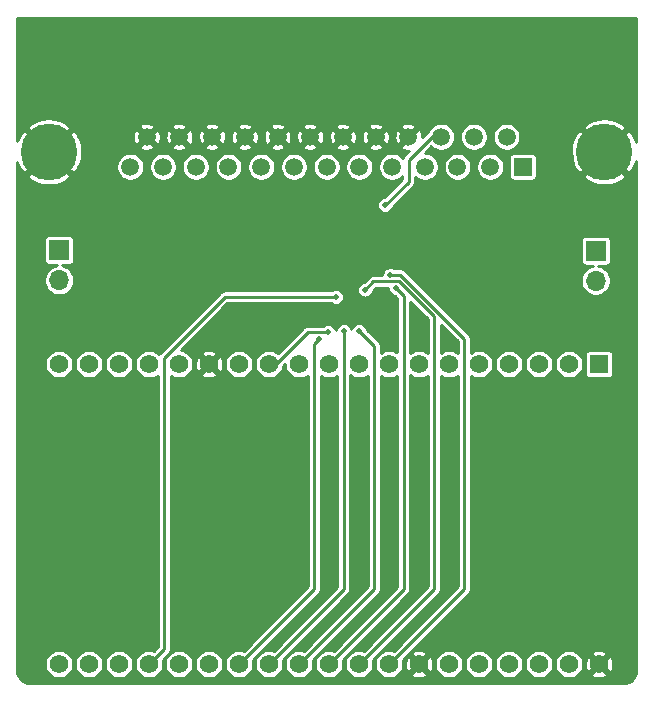
<source format=gbr>
%TF.GenerationSoftware,KiCad,Pcbnew,(5.1.6)-1*%
%TF.CreationDate,2022-10-28T15:03:09-04:00*%
%TF.ProjectId,Amiga ESP32fi,416d6967-6120-4455-9350-333266692e6b,rev?*%
%TF.SameCoordinates,Original*%
%TF.FileFunction,Copper,L2,Bot*%
%TF.FilePolarity,Positive*%
%FSLAX46Y46*%
G04 Gerber Fmt 4.6, Leading zero omitted, Abs format (unit mm)*
G04 Created by KiCad (PCBNEW (5.1.6)-1) date 2022-10-28 15:03:09*
%MOMM*%
%LPD*%
G01*
G04 APERTURE LIST*
%TA.AperFunction,ComponentPad*%
%ADD10R,1.500000X1.500000*%
%TD*%
%TA.AperFunction,ComponentPad*%
%ADD11C,1.500000*%
%TD*%
%TA.AperFunction,ComponentPad*%
%ADD12C,4.800000*%
%TD*%
%TA.AperFunction,ComponentPad*%
%ADD13R,1.700000X1.700000*%
%TD*%
%TA.AperFunction,ComponentPad*%
%ADD14O,1.700000X1.700000*%
%TD*%
%TA.AperFunction,ComponentPad*%
%ADD15C,1.560000*%
%TD*%
%TA.AperFunction,ComponentPad*%
%ADD16R,1.560000X1.560000*%
%TD*%
%TA.AperFunction,ViaPad*%
%ADD17C,0.500000*%
%TD*%
%TA.AperFunction,Conductor*%
%ADD18C,0.250000*%
%TD*%
%TA.AperFunction,Conductor*%
%ADD19C,0.254000*%
%TD*%
G04 APERTURE END LIST*
D10*
%TO.P,J0,1*%
%TO.N,AMI_STROBE*%
X170281600Y-100634800D03*
D11*
%TO.P,J0,2*%
%TO.N,AMI_D0*%
X167511600Y-100634800D03*
%TO.P,J0,3*%
%TO.N,AMI_D1*%
X164741600Y-100634800D03*
%TO.P,J0,4*%
%TO.N,AMI_D2*%
X161971600Y-100634800D03*
%TO.P,J0,5*%
%TO.N,AMI_D3*%
X159201600Y-100634800D03*
%TO.P,J0,6*%
%TO.N,AMI_D4*%
X156431600Y-100634800D03*
%TO.P,J0,7*%
%TO.N,AMI_D5*%
X153661600Y-100634800D03*
%TO.P,J0,8*%
%TO.N,AMI_D6*%
X150891600Y-100634800D03*
%TO.P,J0,9*%
%TO.N,AMI_D7*%
X148121600Y-100634800D03*
%TO.P,J0,10*%
%TO.N,AMI_ACK*%
X145351600Y-100634800D03*
%TO.P,J0,11*%
%TO.N,AMI_BUSY*%
X142581600Y-100634800D03*
%TO.P,J0,12*%
%TO.N,AMI_POUT*%
X139811600Y-100634800D03*
%TO.P,J0,13*%
%TO.N,AMI_SEL*%
X137041600Y-100634800D03*
%TO.P,J0,14*%
%TO.N,AMI_5V*%
X168896600Y-98094800D03*
%TO.P,J0,15*%
%TO.N,Net-(J0-Pad15)*%
X166126600Y-98094800D03*
%TO.P,J0,16*%
%TO.N,AMI_RESET*%
X163356600Y-98094800D03*
%TO.P,J0,17*%
%TO.N,GND*%
X160586600Y-98094800D03*
%TO.P,J0,18*%
X157816600Y-98094800D03*
%TO.P,J0,19*%
X155046600Y-98094800D03*
%TO.P,J0,20*%
X152276600Y-98094800D03*
%TO.P,J0,21*%
X149506600Y-98094800D03*
%TO.P,J0,22*%
X146736600Y-98094800D03*
%TO.P,J0,23*%
X143966600Y-98094800D03*
%TO.P,J0,24*%
X141196600Y-98094800D03*
%TO.P,J0,25*%
X138426600Y-98094800D03*
D12*
%TO.P,J0,MH1*%
X177181600Y-99364800D03*
%TO.P,J0,MH2*%
X130141600Y-99364800D03*
%TD*%
D13*
%TO.P,J1,1*%
%TO.N,RESET*%
X176453800Y-107746800D03*
D14*
%TO.P,J1,2*%
%TO.N,Net-(J1-Pad2)*%
X176453800Y-110286800D03*
%TD*%
%TO.P,J2,2*%
%TO.N,+5V*%
X131013200Y-110236000D03*
D13*
%TO.P,J2,1*%
%TO.N,AMI_5V*%
X131013200Y-107696000D03*
%TD*%
D15*
%TO.P,U1,38*%
%TO.N,Net-(U1-Pad38)*%
X131012000Y-142748000D03*
%TO.P,U1,37*%
%TO.N,Net-(U1-Pad37)*%
X133552000Y-142748000D03*
%TO.P,U1,36*%
%TO.N,Net-(U1-Pad36)*%
X136092000Y-142748000D03*
%TO.P,U1,35*%
%TO.N,D4*%
X138632000Y-142748000D03*
%TO.P,U1,34*%
%TO.N,LED_STATUS*%
X141172000Y-142748000D03*
%TO.P,U1,33*%
%TO.N,Net-(U1-Pad33)*%
X143712000Y-142748000D03*
%TO.P,U1,32*%
%TO.N,ACK*%
X146252000Y-142748000D03*
%TO.P,U1,31*%
%TO.N,D3*%
X148792000Y-142748000D03*
%TO.P,U1,30*%
%TO.N,D2*%
X151332000Y-142748000D03*
%TO.P,U1,29*%
%TO.N,STROBE*%
X153872000Y-142748000D03*
%TO.P,U1,28*%
%TO.N,D1*%
X156412000Y-142748000D03*
%TO.P,U1,27*%
%TO.N,D0*%
X158952000Y-142748000D03*
%TO.P,U1,26*%
%TO.N,GND*%
X161492000Y-142748000D03*
%TO.P,U1,25*%
%TO.N,I2C_SDA*%
X164032000Y-142748000D03*
%TO.P,U1,24*%
%TO.N,Net-(U1-Pad24)*%
X166572000Y-142748000D03*
%TO.P,U1,23*%
%TO.N,Net-(U1-Pad23)*%
X169112000Y-142748000D03*
%TO.P,U1,22*%
%TO.N,I2C_SCL*%
X171652000Y-142748000D03*
%TO.P,U1,21*%
%TO.N,LED_STATUS2*%
X174192000Y-142748000D03*
%TO.P,U1,20*%
%TO.N,GND*%
X176732000Y-142748000D03*
%TO.P,U1,18*%
%TO.N,Net-(U1-Pad18)*%
X133552000Y-117348000D03*
%TO.P,U1,17*%
%TO.N,Net-(U1-Pad17)*%
X136092000Y-117348000D03*
%TO.P,U1,16*%
%TO.N,Net-(U1-Pad16)*%
X138632000Y-117348000D03*
%TO.P,U1,15*%
%TO.N,D6*%
X141172000Y-117348000D03*
%TO.P,U1,14*%
%TO.N,GND*%
X143712000Y-117348000D03*
%TO.P,U1,13*%
%TO.N,D7*%
X146252000Y-117348000D03*
%TO.P,U1,12*%
%TO.N,D5*%
X148792000Y-117348000D03*
%TO.P,U1,11*%
%TO.N,SEL*%
X151332000Y-117348000D03*
%TO.P,U1,10*%
%TO.N,BUSY*%
X153872000Y-117348000D03*
%TO.P,U1,9*%
%TO.N,OE*%
X156412000Y-117348000D03*
%TO.P,U1,8*%
%TO.N,POUT*%
X158952000Y-117348000D03*
%TO.P,U1,7*%
%TO.N,Net-(J1-Pad2)*%
X161492000Y-117348000D03*
%TO.P,U1,6*%
%TO.N,Net-(U1-Pad6)*%
X164032000Y-117348000D03*
%TO.P,U1,5*%
%TO.N,Net-(U1-Pad5)*%
X166572000Y-117348000D03*
%TO.P,U1,4*%
%TO.N,Net-(U1-Pad4)*%
X169112000Y-117348000D03*
%TO.P,U1,3*%
%TO.N,Net-(U1-Pad3)*%
X171652000Y-117348000D03*
%TO.P,U1,19*%
%TO.N,+5V*%
X131012000Y-117348000D03*
%TO.P,U1,2*%
%TO.N,Net-(U1-Pad2)*%
X174192000Y-117348000D03*
D16*
%TO.P,U1,1*%
%TO.N,+3V3*%
X176732000Y-117348000D03*
%TD*%
D17*
%TO.N,GND*%
X151130000Y-106934000D03*
X155702000Y-106934000D03*
X147844200Y-114554000D03*
X150345000Y-114554000D03*
X155708243Y-111994659D03*
X150114000Y-106934000D03*
X161544000Y-115062000D03*
X164084000Y-115062000D03*
%TO.N,AMI_RESET*%
X158597600Y-103886000D03*
%TO.N,ACK*%
X152995000Y-115239800D03*
%TO.N,D5*%
X153797000Y-114630200D03*
%TO.N,D4*%
X154457400Y-111658400D03*
%TO.N,D3*%
X155117802Y-114553944D03*
%TO.N,D2*%
X156413200Y-114554000D03*
%TO.N,D1*%
X156921200Y-111048800D03*
%TO.N,D0*%
X159054613Y-109771986D03*
%TO.N,STROBE*%
X159537587Y-110921987D03*
%TD*%
D18*
%TO.N,AMI_RESET*%
X160604200Y-101904800D02*
X158623000Y-103886000D01*
X158623000Y-103886000D02*
X158597600Y-103886000D01*
X160604200Y-100050600D02*
X160604200Y-101904800D01*
X163356600Y-98094800D02*
X162560000Y-98094800D01*
X162560000Y-98094800D02*
X160604200Y-100050600D01*
%TO.N,ACK*%
X152603200Y-136396800D02*
X146252000Y-142748000D01*
X152995000Y-115239800D02*
X152603200Y-115631600D01*
X152603200Y-115631600D02*
X152603200Y-136396800D01*
%TO.N,D5*%
X152069800Y-114630200D02*
X153797000Y-114630200D01*
X148792000Y-117348000D02*
X149352000Y-117348000D01*
X149352000Y-117348000D02*
X152069800Y-114630200D01*
%TO.N,D4*%
X139903200Y-141476800D02*
X138632000Y-142748000D01*
X139903200Y-116789200D02*
X139903200Y-141476800D01*
X154457400Y-111658400D02*
X145034000Y-111658400D01*
X145034000Y-111658400D02*
X139903200Y-116789200D01*
%TO.N,D3*%
X148792000Y-142748000D02*
X155117802Y-136422198D01*
X155117802Y-136422198D02*
X155117802Y-114553944D01*
%TO.N,D2*%
X157683200Y-136396800D02*
X151332000Y-142748000D01*
X156413200Y-114554000D02*
X157683200Y-115824000D01*
X157683200Y-115824000D02*
X157683200Y-136396800D01*
%TO.N,D1*%
X159813588Y-110346986D02*
X157623014Y-110346986D01*
X162763200Y-113296598D02*
X159813588Y-110346986D01*
X156412000Y-142748000D02*
X162763200Y-136396800D01*
X157623014Y-110346986D02*
X156921200Y-111048800D01*
X162763200Y-136396800D02*
X162763200Y-113296598D01*
%TO.N,D0*%
X165303200Y-136396800D02*
X158952000Y-142748000D01*
X165303200Y-115200188D02*
X165303200Y-136396800D01*
X159054613Y-109771986D02*
X159874998Y-109771986D01*
X159874998Y-109771986D02*
X165303200Y-115200188D01*
%TO.N,STROBE*%
X160197800Y-111582200D02*
X159537587Y-110921987D01*
X153872000Y-142748000D02*
X160197800Y-136422200D01*
X160197800Y-136422200D02*
X160197800Y-111582200D01*
%TD*%
D19*
%TO.N,GND*%
G36*
X179888000Y-98547679D02*
G01*
X179800078Y-98263427D01*
X179552108Y-97799505D01*
X179202496Y-97523509D01*
X177361205Y-99364800D01*
X179202496Y-101206091D01*
X179552108Y-100930095D01*
X179811933Y-100437555D01*
X179888000Y-100181783D01*
X179888001Y-143233883D01*
X179865458Y-143463800D01*
X179805111Y-143663678D01*
X179707084Y-143848039D01*
X179575122Y-144009842D01*
X179414241Y-144142932D01*
X179230579Y-144242238D01*
X179031122Y-144303981D01*
X178802599Y-144328000D01*
X128546107Y-144328000D01*
X128316200Y-144305458D01*
X128116322Y-144245111D01*
X127931961Y-144147084D01*
X127770158Y-144015122D01*
X127637068Y-143854241D01*
X127537762Y-143670579D01*
X127476019Y-143471122D01*
X127452000Y-143242599D01*
X127452000Y-142629121D01*
X129805000Y-142629121D01*
X129805000Y-142866879D01*
X129851384Y-143100069D01*
X129942371Y-143319729D01*
X130074462Y-143517418D01*
X130242582Y-143685538D01*
X130440271Y-143817629D01*
X130659931Y-143908616D01*
X130893121Y-143955000D01*
X131130879Y-143955000D01*
X131364069Y-143908616D01*
X131583729Y-143817629D01*
X131781418Y-143685538D01*
X131949538Y-143517418D01*
X132081629Y-143319729D01*
X132172616Y-143100069D01*
X132219000Y-142866879D01*
X132219000Y-142629121D01*
X132345000Y-142629121D01*
X132345000Y-142866879D01*
X132391384Y-143100069D01*
X132482371Y-143319729D01*
X132614462Y-143517418D01*
X132782582Y-143685538D01*
X132980271Y-143817629D01*
X133199931Y-143908616D01*
X133433121Y-143955000D01*
X133670879Y-143955000D01*
X133904069Y-143908616D01*
X134123729Y-143817629D01*
X134321418Y-143685538D01*
X134489538Y-143517418D01*
X134621629Y-143319729D01*
X134712616Y-143100069D01*
X134759000Y-142866879D01*
X134759000Y-142629121D01*
X134885000Y-142629121D01*
X134885000Y-142866879D01*
X134931384Y-143100069D01*
X135022371Y-143319729D01*
X135154462Y-143517418D01*
X135322582Y-143685538D01*
X135520271Y-143817629D01*
X135739931Y-143908616D01*
X135973121Y-143955000D01*
X136210879Y-143955000D01*
X136444069Y-143908616D01*
X136663729Y-143817629D01*
X136861418Y-143685538D01*
X137029538Y-143517418D01*
X137161629Y-143319729D01*
X137252616Y-143100069D01*
X137299000Y-142866879D01*
X137299000Y-142629121D01*
X137252616Y-142395931D01*
X137161629Y-142176271D01*
X137029538Y-141978582D01*
X136861418Y-141810462D01*
X136663729Y-141678371D01*
X136444069Y-141587384D01*
X136210879Y-141541000D01*
X135973121Y-141541000D01*
X135739931Y-141587384D01*
X135520271Y-141678371D01*
X135322582Y-141810462D01*
X135154462Y-141978582D01*
X135022371Y-142176271D01*
X134931384Y-142395931D01*
X134885000Y-142629121D01*
X134759000Y-142629121D01*
X134712616Y-142395931D01*
X134621629Y-142176271D01*
X134489538Y-141978582D01*
X134321418Y-141810462D01*
X134123729Y-141678371D01*
X133904069Y-141587384D01*
X133670879Y-141541000D01*
X133433121Y-141541000D01*
X133199931Y-141587384D01*
X132980271Y-141678371D01*
X132782582Y-141810462D01*
X132614462Y-141978582D01*
X132482371Y-142176271D01*
X132391384Y-142395931D01*
X132345000Y-142629121D01*
X132219000Y-142629121D01*
X132172616Y-142395931D01*
X132081629Y-142176271D01*
X131949538Y-141978582D01*
X131781418Y-141810462D01*
X131583729Y-141678371D01*
X131364069Y-141587384D01*
X131130879Y-141541000D01*
X130893121Y-141541000D01*
X130659931Y-141587384D01*
X130440271Y-141678371D01*
X130242582Y-141810462D01*
X130074462Y-141978582D01*
X129942371Y-142176271D01*
X129851384Y-142395931D01*
X129805000Y-142629121D01*
X127452000Y-142629121D01*
X127452000Y-117229121D01*
X129805000Y-117229121D01*
X129805000Y-117466879D01*
X129851384Y-117700069D01*
X129942371Y-117919729D01*
X130074462Y-118117418D01*
X130242582Y-118285538D01*
X130440271Y-118417629D01*
X130659931Y-118508616D01*
X130893121Y-118555000D01*
X131130879Y-118555000D01*
X131364069Y-118508616D01*
X131583729Y-118417629D01*
X131781418Y-118285538D01*
X131949538Y-118117418D01*
X132081629Y-117919729D01*
X132172616Y-117700069D01*
X132219000Y-117466879D01*
X132219000Y-117229121D01*
X132345000Y-117229121D01*
X132345000Y-117466879D01*
X132391384Y-117700069D01*
X132482371Y-117919729D01*
X132614462Y-118117418D01*
X132782582Y-118285538D01*
X132980271Y-118417629D01*
X133199931Y-118508616D01*
X133433121Y-118555000D01*
X133670879Y-118555000D01*
X133904069Y-118508616D01*
X134123729Y-118417629D01*
X134321418Y-118285538D01*
X134489538Y-118117418D01*
X134621629Y-117919729D01*
X134712616Y-117700069D01*
X134759000Y-117466879D01*
X134759000Y-117229121D01*
X134885000Y-117229121D01*
X134885000Y-117466879D01*
X134931384Y-117700069D01*
X135022371Y-117919729D01*
X135154462Y-118117418D01*
X135322582Y-118285538D01*
X135520271Y-118417629D01*
X135739931Y-118508616D01*
X135973121Y-118555000D01*
X136210879Y-118555000D01*
X136444069Y-118508616D01*
X136663729Y-118417629D01*
X136861418Y-118285538D01*
X137029538Y-118117418D01*
X137161629Y-117919729D01*
X137252616Y-117700069D01*
X137299000Y-117466879D01*
X137299000Y-117229121D01*
X137425000Y-117229121D01*
X137425000Y-117466879D01*
X137471384Y-117700069D01*
X137562371Y-117919729D01*
X137694462Y-118117418D01*
X137862582Y-118285538D01*
X138060271Y-118417629D01*
X138279931Y-118508616D01*
X138513121Y-118555000D01*
X138750879Y-118555000D01*
X138984069Y-118508616D01*
X139203729Y-118417629D01*
X139351200Y-118319092D01*
X139351201Y-141248153D01*
X139003799Y-141595556D01*
X138984069Y-141587384D01*
X138750879Y-141541000D01*
X138513121Y-141541000D01*
X138279931Y-141587384D01*
X138060271Y-141678371D01*
X137862582Y-141810462D01*
X137694462Y-141978582D01*
X137562371Y-142176271D01*
X137471384Y-142395931D01*
X137425000Y-142629121D01*
X137425000Y-142866879D01*
X137471384Y-143100069D01*
X137562371Y-143319729D01*
X137694462Y-143517418D01*
X137862582Y-143685538D01*
X138060271Y-143817629D01*
X138279931Y-143908616D01*
X138513121Y-143955000D01*
X138750879Y-143955000D01*
X138984069Y-143908616D01*
X139203729Y-143817629D01*
X139401418Y-143685538D01*
X139569538Y-143517418D01*
X139701629Y-143319729D01*
X139792616Y-143100069D01*
X139839000Y-142866879D01*
X139839000Y-142629121D01*
X139965000Y-142629121D01*
X139965000Y-142866879D01*
X140011384Y-143100069D01*
X140102371Y-143319729D01*
X140234462Y-143517418D01*
X140402582Y-143685538D01*
X140600271Y-143817629D01*
X140819931Y-143908616D01*
X141053121Y-143955000D01*
X141290879Y-143955000D01*
X141524069Y-143908616D01*
X141743729Y-143817629D01*
X141941418Y-143685538D01*
X142109538Y-143517418D01*
X142241629Y-143319729D01*
X142332616Y-143100069D01*
X142379000Y-142866879D01*
X142379000Y-142629121D01*
X142505000Y-142629121D01*
X142505000Y-142866879D01*
X142551384Y-143100069D01*
X142642371Y-143319729D01*
X142774462Y-143517418D01*
X142942582Y-143685538D01*
X143140271Y-143817629D01*
X143359931Y-143908616D01*
X143593121Y-143955000D01*
X143830879Y-143955000D01*
X144064069Y-143908616D01*
X144283729Y-143817629D01*
X144481418Y-143685538D01*
X144649538Y-143517418D01*
X144781629Y-143319729D01*
X144872616Y-143100069D01*
X144919000Y-142866879D01*
X144919000Y-142629121D01*
X145045000Y-142629121D01*
X145045000Y-142866879D01*
X145091384Y-143100069D01*
X145182371Y-143319729D01*
X145314462Y-143517418D01*
X145482582Y-143685538D01*
X145680271Y-143817629D01*
X145899931Y-143908616D01*
X146133121Y-143955000D01*
X146370879Y-143955000D01*
X146604069Y-143908616D01*
X146823729Y-143817629D01*
X147021418Y-143685538D01*
X147189538Y-143517418D01*
X147321629Y-143319729D01*
X147412616Y-143100069D01*
X147459000Y-142866879D01*
X147459000Y-142629121D01*
X147412616Y-142395931D01*
X147404443Y-142376201D01*
X152974354Y-136806292D01*
X152995411Y-136789011D01*
X153064391Y-136704958D01*
X153115648Y-136609063D01*
X153147212Y-136505011D01*
X153155200Y-136423909D01*
X153155200Y-136423899D01*
X153157869Y-136396801D01*
X153155200Y-136369703D01*
X153155200Y-118320696D01*
X153300271Y-118417629D01*
X153519931Y-118508616D01*
X153753121Y-118555000D01*
X153990879Y-118555000D01*
X154224069Y-118508616D01*
X154443729Y-118417629D01*
X154565803Y-118336062D01*
X154565802Y-136193553D01*
X149163799Y-141595557D01*
X149144069Y-141587384D01*
X148910879Y-141541000D01*
X148673121Y-141541000D01*
X148439931Y-141587384D01*
X148220271Y-141678371D01*
X148022582Y-141810462D01*
X147854462Y-141978582D01*
X147722371Y-142176271D01*
X147631384Y-142395931D01*
X147585000Y-142629121D01*
X147585000Y-142866879D01*
X147631384Y-143100069D01*
X147722371Y-143319729D01*
X147854462Y-143517418D01*
X148022582Y-143685538D01*
X148220271Y-143817629D01*
X148439931Y-143908616D01*
X148673121Y-143955000D01*
X148910879Y-143955000D01*
X149144069Y-143908616D01*
X149363729Y-143817629D01*
X149561418Y-143685538D01*
X149729538Y-143517418D01*
X149861629Y-143319729D01*
X149952616Y-143100069D01*
X149999000Y-142866879D01*
X149999000Y-142629121D01*
X149952616Y-142395931D01*
X149944443Y-142376201D01*
X155488951Y-136831694D01*
X155510013Y-136814409D01*
X155578993Y-136730356D01*
X155630250Y-136634461D01*
X155661814Y-136530409D01*
X155669802Y-136449307D01*
X155669802Y-136449304D01*
X155672472Y-136422198D01*
X155669802Y-136395092D01*
X155669802Y-118303726D01*
X155840271Y-118417629D01*
X156059931Y-118508616D01*
X156293121Y-118555000D01*
X156530879Y-118555000D01*
X156764069Y-118508616D01*
X156983729Y-118417629D01*
X157131200Y-118319092D01*
X157131201Y-136168153D01*
X151703799Y-141595557D01*
X151684069Y-141587384D01*
X151450879Y-141541000D01*
X151213121Y-141541000D01*
X150979931Y-141587384D01*
X150760271Y-141678371D01*
X150562582Y-141810462D01*
X150394462Y-141978582D01*
X150262371Y-142176271D01*
X150171384Y-142395931D01*
X150125000Y-142629121D01*
X150125000Y-142866879D01*
X150171384Y-143100069D01*
X150262371Y-143319729D01*
X150394462Y-143517418D01*
X150562582Y-143685538D01*
X150760271Y-143817629D01*
X150979931Y-143908616D01*
X151213121Y-143955000D01*
X151450879Y-143955000D01*
X151684069Y-143908616D01*
X151903729Y-143817629D01*
X152101418Y-143685538D01*
X152269538Y-143517418D01*
X152401629Y-143319729D01*
X152492616Y-143100069D01*
X152539000Y-142866879D01*
X152539000Y-142629121D01*
X152492616Y-142395931D01*
X152484443Y-142376201D01*
X158054354Y-136806292D01*
X158075411Y-136789011D01*
X158144391Y-136704958D01*
X158195648Y-136609063D01*
X158227212Y-136505011D01*
X158235200Y-136423909D01*
X158235200Y-136423899D01*
X158237869Y-136396801D01*
X158235200Y-136369703D01*
X158235200Y-118320696D01*
X158380271Y-118417629D01*
X158599931Y-118508616D01*
X158833121Y-118555000D01*
X159070879Y-118555000D01*
X159304069Y-118508616D01*
X159523729Y-118417629D01*
X159645801Y-118336064D01*
X159645800Y-136193554D01*
X154243799Y-141595557D01*
X154224069Y-141587384D01*
X153990879Y-141541000D01*
X153753121Y-141541000D01*
X153519931Y-141587384D01*
X153300271Y-141678371D01*
X153102582Y-141810462D01*
X152934462Y-141978582D01*
X152802371Y-142176271D01*
X152711384Y-142395931D01*
X152665000Y-142629121D01*
X152665000Y-142866879D01*
X152711384Y-143100069D01*
X152802371Y-143319729D01*
X152934462Y-143517418D01*
X153102582Y-143685538D01*
X153300271Y-143817629D01*
X153519931Y-143908616D01*
X153753121Y-143955000D01*
X153990879Y-143955000D01*
X154224069Y-143908616D01*
X154443729Y-143817629D01*
X154641418Y-143685538D01*
X154809538Y-143517418D01*
X154941629Y-143319729D01*
X155032616Y-143100069D01*
X155079000Y-142866879D01*
X155079000Y-142629121D01*
X155032616Y-142395931D01*
X155024443Y-142376201D01*
X160568954Y-136831692D01*
X160590011Y-136814411D01*
X160658991Y-136730358D01*
X160710248Y-136634463D01*
X160741812Y-136530411D01*
X160749800Y-136449309D01*
X160749800Y-136449306D01*
X160752470Y-136422201D01*
X160749800Y-136395095D01*
X160749800Y-118303724D01*
X160920271Y-118417629D01*
X161139931Y-118508616D01*
X161373121Y-118555000D01*
X161610879Y-118555000D01*
X161844069Y-118508616D01*
X162063729Y-118417629D01*
X162211201Y-118319092D01*
X162211200Y-136168154D01*
X156783799Y-141595557D01*
X156764069Y-141587384D01*
X156530879Y-141541000D01*
X156293121Y-141541000D01*
X156059931Y-141587384D01*
X155840271Y-141678371D01*
X155642582Y-141810462D01*
X155474462Y-141978582D01*
X155342371Y-142176271D01*
X155251384Y-142395931D01*
X155205000Y-142629121D01*
X155205000Y-142866879D01*
X155251384Y-143100069D01*
X155342371Y-143319729D01*
X155474462Y-143517418D01*
X155642582Y-143685538D01*
X155840271Y-143817629D01*
X156059931Y-143908616D01*
X156293121Y-143955000D01*
X156530879Y-143955000D01*
X156764069Y-143908616D01*
X156983729Y-143817629D01*
X157181418Y-143685538D01*
X157349538Y-143517418D01*
X157481629Y-143319729D01*
X157572616Y-143100069D01*
X157619000Y-142866879D01*
X157619000Y-142629121D01*
X157572616Y-142395931D01*
X157564443Y-142376201D01*
X163134354Y-136806292D01*
X163155411Y-136789011D01*
X163224391Y-136704958D01*
X163275648Y-136609063D01*
X163307212Y-136505011D01*
X163315200Y-136423909D01*
X163315200Y-136423899D01*
X163317869Y-136396801D01*
X163315200Y-136369703D01*
X163315200Y-118320696D01*
X163460271Y-118417629D01*
X163679931Y-118508616D01*
X163913121Y-118555000D01*
X164150879Y-118555000D01*
X164384069Y-118508616D01*
X164603729Y-118417629D01*
X164751200Y-118319092D01*
X164751201Y-136168153D01*
X159323799Y-141595557D01*
X159304069Y-141587384D01*
X159070879Y-141541000D01*
X158833121Y-141541000D01*
X158599931Y-141587384D01*
X158380271Y-141678371D01*
X158182582Y-141810462D01*
X158014462Y-141978582D01*
X157882371Y-142176271D01*
X157791384Y-142395931D01*
X157745000Y-142629121D01*
X157745000Y-142866879D01*
X157791384Y-143100069D01*
X157882371Y-143319729D01*
X158014462Y-143517418D01*
X158182582Y-143685538D01*
X158380271Y-143817629D01*
X158599931Y-143908616D01*
X158833121Y-143955000D01*
X159070879Y-143955000D01*
X159304069Y-143908616D01*
X159523729Y-143817629D01*
X159721418Y-143685538D01*
X159792202Y-143614754D01*
X160804851Y-143614754D01*
X160885775Y-143798462D01*
X161102359Y-143896546D01*
X161333916Y-143950492D01*
X161571548Y-143958227D01*
X161806124Y-143919454D01*
X162028627Y-143835662D01*
X162098225Y-143798462D01*
X162179149Y-143614754D01*
X161492000Y-142927605D01*
X160804851Y-143614754D01*
X159792202Y-143614754D01*
X159889538Y-143517418D01*
X160021629Y-143319729D01*
X160112616Y-143100069D01*
X160159000Y-142866879D01*
X160159000Y-142827548D01*
X160281773Y-142827548D01*
X160320546Y-143062124D01*
X160404338Y-143284627D01*
X160441538Y-143354225D01*
X160625246Y-143435149D01*
X161312395Y-142748000D01*
X161671605Y-142748000D01*
X162358754Y-143435149D01*
X162542462Y-143354225D01*
X162640546Y-143137641D01*
X162694492Y-142906084D01*
X162702227Y-142668452D01*
X162695726Y-142629121D01*
X162825000Y-142629121D01*
X162825000Y-142866879D01*
X162871384Y-143100069D01*
X162962371Y-143319729D01*
X163094462Y-143517418D01*
X163262582Y-143685538D01*
X163460271Y-143817629D01*
X163679931Y-143908616D01*
X163913121Y-143955000D01*
X164150879Y-143955000D01*
X164384069Y-143908616D01*
X164603729Y-143817629D01*
X164801418Y-143685538D01*
X164969538Y-143517418D01*
X165101629Y-143319729D01*
X165192616Y-143100069D01*
X165239000Y-142866879D01*
X165239000Y-142629121D01*
X165365000Y-142629121D01*
X165365000Y-142866879D01*
X165411384Y-143100069D01*
X165502371Y-143319729D01*
X165634462Y-143517418D01*
X165802582Y-143685538D01*
X166000271Y-143817629D01*
X166219931Y-143908616D01*
X166453121Y-143955000D01*
X166690879Y-143955000D01*
X166924069Y-143908616D01*
X167143729Y-143817629D01*
X167341418Y-143685538D01*
X167509538Y-143517418D01*
X167641629Y-143319729D01*
X167732616Y-143100069D01*
X167779000Y-142866879D01*
X167779000Y-142629121D01*
X167905000Y-142629121D01*
X167905000Y-142866879D01*
X167951384Y-143100069D01*
X168042371Y-143319729D01*
X168174462Y-143517418D01*
X168342582Y-143685538D01*
X168540271Y-143817629D01*
X168759931Y-143908616D01*
X168993121Y-143955000D01*
X169230879Y-143955000D01*
X169464069Y-143908616D01*
X169683729Y-143817629D01*
X169881418Y-143685538D01*
X170049538Y-143517418D01*
X170181629Y-143319729D01*
X170272616Y-143100069D01*
X170319000Y-142866879D01*
X170319000Y-142629121D01*
X170445000Y-142629121D01*
X170445000Y-142866879D01*
X170491384Y-143100069D01*
X170582371Y-143319729D01*
X170714462Y-143517418D01*
X170882582Y-143685538D01*
X171080271Y-143817629D01*
X171299931Y-143908616D01*
X171533121Y-143955000D01*
X171770879Y-143955000D01*
X172004069Y-143908616D01*
X172223729Y-143817629D01*
X172421418Y-143685538D01*
X172589538Y-143517418D01*
X172721629Y-143319729D01*
X172812616Y-143100069D01*
X172859000Y-142866879D01*
X172859000Y-142629121D01*
X172985000Y-142629121D01*
X172985000Y-142866879D01*
X173031384Y-143100069D01*
X173122371Y-143319729D01*
X173254462Y-143517418D01*
X173422582Y-143685538D01*
X173620271Y-143817629D01*
X173839931Y-143908616D01*
X174073121Y-143955000D01*
X174310879Y-143955000D01*
X174544069Y-143908616D01*
X174763729Y-143817629D01*
X174961418Y-143685538D01*
X175032202Y-143614754D01*
X176044851Y-143614754D01*
X176125775Y-143798462D01*
X176342359Y-143896546D01*
X176573916Y-143950492D01*
X176811548Y-143958227D01*
X177046124Y-143919454D01*
X177268627Y-143835662D01*
X177338225Y-143798462D01*
X177419149Y-143614754D01*
X176732000Y-142927605D01*
X176044851Y-143614754D01*
X175032202Y-143614754D01*
X175129538Y-143517418D01*
X175261629Y-143319729D01*
X175352616Y-143100069D01*
X175399000Y-142866879D01*
X175399000Y-142827548D01*
X175521773Y-142827548D01*
X175560546Y-143062124D01*
X175644338Y-143284627D01*
X175681538Y-143354225D01*
X175865246Y-143435149D01*
X176552395Y-142748000D01*
X176911605Y-142748000D01*
X177598754Y-143435149D01*
X177782462Y-143354225D01*
X177880546Y-143137641D01*
X177934492Y-142906084D01*
X177942227Y-142668452D01*
X177903454Y-142433876D01*
X177819662Y-142211373D01*
X177782462Y-142141775D01*
X177598754Y-142060851D01*
X176911605Y-142748000D01*
X176552395Y-142748000D01*
X175865246Y-142060851D01*
X175681538Y-142141775D01*
X175583454Y-142358359D01*
X175529508Y-142589916D01*
X175521773Y-142827548D01*
X175399000Y-142827548D01*
X175399000Y-142629121D01*
X175352616Y-142395931D01*
X175261629Y-142176271D01*
X175129538Y-141978582D01*
X175032202Y-141881246D01*
X176044851Y-141881246D01*
X176732000Y-142568395D01*
X177419149Y-141881246D01*
X177338225Y-141697538D01*
X177121641Y-141599454D01*
X176890084Y-141545508D01*
X176652452Y-141537773D01*
X176417876Y-141576546D01*
X176195373Y-141660338D01*
X176125775Y-141697538D01*
X176044851Y-141881246D01*
X175032202Y-141881246D01*
X174961418Y-141810462D01*
X174763729Y-141678371D01*
X174544069Y-141587384D01*
X174310879Y-141541000D01*
X174073121Y-141541000D01*
X173839931Y-141587384D01*
X173620271Y-141678371D01*
X173422582Y-141810462D01*
X173254462Y-141978582D01*
X173122371Y-142176271D01*
X173031384Y-142395931D01*
X172985000Y-142629121D01*
X172859000Y-142629121D01*
X172812616Y-142395931D01*
X172721629Y-142176271D01*
X172589538Y-141978582D01*
X172421418Y-141810462D01*
X172223729Y-141678371D01*
X172004069Y-141587384D01*
X171770879Y-141541000D01*
X171533121Y-141541000D01*
X171299931Y-141587384D01*
X171080271Y-141678371D01*
X170882582Y-141810462D01*
X170714462Y-141978582D01*
X170582371Y-142176271D01*
X170491384Y-142395931D01*
X170445000Y-142629121D01*
X170319000Y-142629121D01*
X170272616Y-142395931D01*
X170181629Y-142176271D01*
X170049538Y-141978582D01*
X169881418Y-141810462D01*
X169683729Y-141678371D01*
X169464069Y-141587384D01*
X169230879Y-141541000D01*
X168993121Y-141541000D01*
X168759931Y-141587384D01*
X168540271Y-141678371D01*
X168342582Y-141810462D01*
X168174462Y-141978582D01*
X168042371Y-142176271D01*
X167951384Y-142395931D01*
X167905000Y-142629121D01*
X167779000Y-142629121D01*
X167732616Y-142395931D01*
X167641629Y-142176271D01*
X167509538Y-141978582D01*
X167341418Y-141810462D01*
X167143729Y-141678371D01*
X166924069Y-141587384D01*
X166690879Y-141541000D01*
X166453121Y-141541000D01*
X166219931Y-141587384D01*
X166000271Y-141678371D01*
X165802582Y-141810462D01*
X165634462Y-141978582D01*
X165502371Y-142176271D01*
X165411384Y-142395931D01*
X165365000Y-142629121D01*
X165239000Y-142629121D01*
X165192616Y-142395931D01*
X165101629Y-142176271D01*
X164969538Y-141978582D01*
X164801418Y-141810462D01*
X164603729Y-141678371D01*
X164384069Y-141587384D01*
X164150879Y-141541000D01*
X163913121Y-141541000D01*
X163679931Y-141587384D01*
X163460271Y-141678371D01*
X163262582Y-141810462D01*
X163094462Y-141978582D01*
X162962371Y-142176271D01*
X162871384Y-142395931D01*
X162825000Y-142629121D01*
X162695726Y-142629121D01*
X162663454Y-142433876D01*
X162579662Y-142211373D01*
X162542462Y-142141775D01*
X162358754Y-142060851D01*
X161671605Y-142748000D01*
X161312395Y-142748000D01*
X160625246Y-142060851D01*
X160441538Y-142141775D01*
X160343454Y-142358359D01*
X160289508Y-142589916D01*
X160281773Y-142827548D01*
X160159000Y-142827548D01*
X160159000Y-142629121D01*
X160112616Y-142395931D01*
X160104443Y-142376201D01*
X160599398Y-141881246D01*
X160804851Y-141881246D01*
X161492000Y-142568395D01*
X162179149Y-141881246D01*
X162098225Y-141697538D01*
X161881641Y-141599454D01*
X161650084Y-141545508D01*
X161412452Y-141537773D01*
X161177876Y-141576546D01*
X160955373Y-141660338D01*
X160885775Y-141697538D01*
X160804851Y-141881246D01*
X160599398Y-141881246D01*
X165674354Y-136806292D01*
X165695411Y-136789011D01*
X165764391Y-136704958D01*
X165815648Y-136609063D01*
X165847212Y-136505011D01*
X165855200Y-136423909D01*
X165855200Y-136423899D01*
X165857869Y-136396801D01*
X165855200Y-136369703D01*
X165855200Y-118320696D01*
X166000271Y-118417629D01*
X166219931Y-118508616D01*
X166453121Y-118555000D01*
X166690879Y-118555000D01*
X166924069Y-118508616D01*
X167143729Y-118417629D01*
X167341418Y-118285538D01*
X167509538Y-118117418D01*
X167641629Y-117919729D01*
X167732616Y-117700069D01*
X167779000Y-117466879D01*
X167779000Y-117229121D01*
X167905000Y-117229121D01*
X167905000Y-117466879D01*
X167951384Y-117700069D01*
X168042371Y-117919729D01*
X168174462Y-118117418D01*
X168342582Y-118285538D01*
X168540271Y-118417629D01*
X168759931Y-118508616D01*
X168993121Y-118555000D01*
X169230879Y-118555000D01*
X169464069Y-118508616D01*
X169683729Y-118417629D01*
X169881418Y-118285538D01*
X170049538Y-118117418D01*
X170181629Y-117919729D01*
X170272616Y-117700069D01*
X170319000Y-117466879D01*
X170319000Y-117229121D01*
X170445000Y-117229121D01*
X170445000Y-117466879D01*
X170491384Y-117700069D01*
X170582371Y-117919729D01*
X170714462Y-118117418D01*
X170882582Y-118285538D01*
X171080271Y-118417629D01*
X171299931Y-118508616D01*
X171533121Y-118555000D01*
X171770879Y-118555000D01*
X172004069Y-118508616D01*
X172223729Y-118417629D01*
X172421418Y-118285538D01*
X172589538Y-118117418D01*
X172721629Y-117919729D01*
X172812616Y-117700069D01*
X172859000Y-117466879D01*
X172859000Y-117229121D01*
X172985000Y-117229121D01*
X172985000Y-117466879D01*
X173031384Y-117700069D01*
X173122371Y-117919729D01*
X173254462Y-118117418D01*
X173422582Y-118285538D01*
X173620271Y-118417629D01*
X173839931Y-118508616D01*
X174073121Y-118555000D01*
X174310879Y-118555000D01*
X174544069Y-118508616D01*
X174763729Y-118417629D01*
X174961418Y-118285538D01*
X175129538Y-118117418D01*
X175261629Y-117919729D01*
X175352616Y-117700069D01*
X175399000Y-117466879D01*
X175399000Y-117229121D01*
X175352616Y-116995931D01*
X175261629Y-116776271D01*
X175129538Y-116578582D01*
X175118956Y-116568000D01*
X175522934Y-116568000D01*
X175522934Y-118128000D01*
X175531178Y-118211707D01*
X175555595Y-118292196D01*
X175595245Y-118366376D01*
X175648605Y-118431395D01*
X175713624Y-118484755D01*
X175787804Y-118524405D01*
X175868293Y-118548822D01*
X175952000Y-118557066D01*
X177512000Y-118557066D01*
X177595707Y-118548822D01*
X177676196Y-118524405D01*
X177750376Y-118484755D01*
X177815395Y-118431395D01*
X177868755Y-118366376D01*
X177908405Y-118292196D01*
X177932822Y-118211707D01*
X177941066Y-118128000D01*
X177941066Y-116568000D01*
X177932822Y-116484293D01*
X177908405Y-116403804D01*
X177868755Y-116329624D01*
X177815395Y-116264605D01*
X177750376Y-116211245D01*
X177676196Y-116171595D01*
X177595707Y-116147178D01*
X177512000Y-116138934D01*
X175952000Y-116138934D01*
X175868293Y-116147178D01*
X175787804Y-116171595D01*
X175713624Y-116211245D01*
X175648605Y-116264605D01*
X175595245Y-116329624D01*
X175555595Y-116403804D01*
X175531178Y-116484293D01*
X175522934Y-116568000D01*
X175118956Y-116568000D01*
X174961418Y-116410462D01*
X174763729Y-116278371D01*
X174544069Y-116187384D01*
X174310879Y-116141000D01*
X174073121Y-116141000D01*
X173839931Y-116187384D01*
X173620271Y-116278371D01*
X173422582Y-116410462D01*
X173254462Y-116578582D01*
X173122371Y-116776271D01*
X173031384Y-116995931D01*
X172985000Y-117229121D01*
X172859000Y-117229121D01*
X172812616Y-116995931D01*
X172721629Y-116776271D01*
X172589538Y-116578582D01*
X172421418Y-116410462D01*
X172223729Y-116278371D01*
X172004069Y-116187384D01*
X171770879Y-116141000D01*
X171533121Y-116141000D01*
X171299931Y-116187384D01*
X171080271Y-116278371D01*
X170882582Y-116410462D01*
X170714462Y-116578582D01*
X170582371Y-116776271D01*
X170491384Y-116995931D01*
X170445000Y-117229121D01*
X170319000Y-117229121D01*
X170272616Y-116995931D01*
X170181629Y-116776271D01*
X170049538Y-116578582D01*
X169881418Y-116410462D01*
X169683729Y-116278371D01*
X169464069Y-116187384D01*
X169230879Y-116141000D01*
X168993121Y-116141000D01*
X168759931Y-116187384D01*
X168540271Y-116278371D01*
X168342582Y-116410462D01*
X168174462Y-116578582D01*
X168042371Y-116776271D01*
X167951384Y-116995931D01*
X167905000Y-117229121D01*
X167779000Y-117229121D01*
X167732616Y-116995931D01*
X167641629Y-116776271D01*
X167509538Y-116578582D01*
X167341418Y-116410462D01*
X167143729Y-116278371D01*
X166924069Y-116187384D01*
X166690879Y-116141000D01*
X166453121Y-116141000D01*
X166219931Y-116187384D01*
X166000271Y-116278371D01*
X165855200Y-116375304D01*
X165855200Y-115227294D01*
X165857870Y-115200188D01*
X165854937Y-115170409D01*
X165847212Y-115091977D01*
X165815648Y-114987925D01*
X165764391Y-114892030D01*
X165695411Y-114807977D01*
X165674349Y-114790692D01*
X160284499Y-109400843D01*
X160267209Y-109379775D01*
X160183156Y-109310795D01*
X160087261Y-109259538D01*
X159983209Y-109227974D01*
X159902107Y-109219986D01*
X159902104Y-109219986D01*
X159874998Y-109217316D01*
X159847892Y-109219986D01*
X159447055Y-109219986D01*
X159375293Y-109172036D01*
X159252087Y-109121002D01*
X159121292Y-109094986D01*
X158987934Y-109094986D01*
X158857139Y-109121002D01*
X158733933Y-109172036D01*
X158623050Y-109246126D01*
X158528753Y-109340423D01*
X158454663Y-109451306D01*
X158403629Y-109574512D01*
X158377613Y-109705307D01*
X158377613Y-109794986D01*
X157650120Y-109794986D01*
X157623014Y-109792316D01*
X157595908Y-109794986D01*
X157595905Y-109794986D01*
X157514803Y-109802974D01*
X157410751Y-109834538D01*
X157314856Y-109885795D01*
X157230803Y-109954775D01*
X157213518Y-109975837D01*
X156808377Y-110380978D01*
X156723726Y-110397816D01*
X156600520Y-110448850D01*
X156489637Y-110522940D01*
X156395340Y-110617237D01*
X156321250Y-110728120D01*
X156270216Y-110851326D01*
X156244200Y-110982121D01*
X156244200Y-111115479D01*
X156270216Y-111246274D01*
X156321250Y-111369480D01*
X156395340Y-111480363D01*
X156489637Y-111574660D01*
X156600520Y-111648750D01*
X156723726Y-111699784D01*
X156854521Y-111725800D01*
X156987879Y-111725800D01*
X157118674Y-111699784D01*
X157241880Y-111648750D01*
X157352763Y-111574660D01*
X157447060Y-111480363D01*
X157521150Y-111369480D01*
X157572184Y-111246274D01*
X157589022Y-111161623D01*
X157851659Y-110898986D01*
X158860587Y-110898986D01*
X158860587Y-110988666D01*
X158886603Y-111119461D01*
X158937637Y-111242667D01*
X159011727Y-111353550D01*
X159106024Y-111447847D01*
X159216907Y-111521937D01*
X159340113Y-111572971D01*
X159424764Y-111589809D01*
X159645801Y-111810846D01*
X159645801Y-116359936D01*
X159523729Y-116278371D01*
X159304069Y-116187384D01*
X159070879Y-116141000D01*
X158833121Y-116141000D01*
X158599931Y-116187384D01*
X158380271Y-116278371D01*
X158235200Y-116375304D01*
X158235200Y-115851097D01*
X158237869Y-115823999D01*
X158235200Y-115796901D01*
X158235200Y-115796891D01*
X158227212Y-115715789D01*
X158195648Y-115611737D01*
X158168251Y-115560480D01*
X158144391Y-115515841D01*
X158092691Y-115452845D01*
X158075411Y-115431789D01*
X158054354Y-115414508D01*
X157081022Y-114441177D01*
X157064184Y-114356526D01*
X157013150Y-114233320D01*
X156939060Y-114122437D01*
X156844763Y-114028140D01*
X156733880Y-113954050D01*
X156610674Y-113903016D01*
X156479879Y-113877000D01*
X156346521Y-113877000D01*
X156215726Y-113903016D01*
X156092520Y-113954050D01*
X155981637Y-114028140D01*
X155887340Y-114122437D01*
X155813250Y-114233320D01*
X155765513Y-114348567D01*
X155717752Y-114233264D01*
X155643662Y-114122381D01*
X155549365Y-114028084D01*
X155438482Y-113953994D01*
X155315276Y-113902960D01*
X155184481Y-113876944D01*
X155051123Y-113876944D01*
X154920328Y-113902960D01*
X154797122Y-113953994D01*
X154686239Y-114028084D01*
X154591942Y-114122381D01*
X154517852Y-114233264D01*
X154466818Y-114356470D01*
X154449817Y-114441942D01*
X154447984Y-114432726D01*
X154396950Y-114309520D01*
X154322860Y-114198637D01*
X154228563Y-114104340D01*
X154117680Y-114030250D01*
X153994474Y-113979216D01*
X153863679Y-113953200D01*
X153730321Y-113953200D01*
X153599526Y-113979216D01*
X153476320Y-114030250D01*
X153404558Y-114078200D01*
X152096908Y-114078200D01*
X152069800Y-114075530D01*
X152042691Y-114078200D01*
X151961589Y-114086188D01*
X151857537Y-114117752D01*
X151761642Y-114169009D01*
X151677589Y-114237989D01*
X151660308Y-114259046D01*
X149529932Y-116389424D01*
X149363729Y-116278371D01*
X149144069Y-116187384D01*
X148910879Y-116141000D01*
X148673121Y-116141000D01*
X148439931Y-116187384D01*
X148220271Y-116278371D01*
X148022582Y-116410462D01*
X147854462Y-116578582D01*
X147722371Y-116776271D01*
X147631384Y-116995931D01*
X147585000Y-117229121D01*
X147585000Y-117466879D01*
X147631384Y-117700069D01*
X147722371Y-117919729D01*
X147854462Y-118117418D01*
X148022582Y-118285538D01*
X148220271Y-118417629D01*
X148439931Y-118508616D01*
X148673121Y-118555000D01*
X148910879Y-118555000D01*
X149144069Y-118508616D01*
X149363729Y-118417629D01*
X149561418Y-118285538D01*
X149729538Y-118117418D01*
X149861629Y-117919729D01*
X149952616Y-117700069D01*
X149995334Y-117485310D01*
X150125000Y-117355644D01*
X150125000Y-117466879D01*
X150171384Y-117700069D01*
X150262371Y-117919729D01*
X150394462Y-118117418D01*
X150562582Y-118285538D01*
X150760271Y-118417629D01*
X150979931Y-118508616D01*
X151213121Y-118555000D01*
X151450879Y-118555000D01*
X151684069Y-118508616D01*
X151903729Y-118417629D01*
X152051200Y-118319092D01*
X152051201Y-136168153D01*
X146623799Y-141595557D01*
X146604069Y-141587384D01*
X146370879Y-141541000D01*
X146133121Y-141541000D01*
X145899931Y-141587384D01*
X145680271Y-141678371D01*
X145482582Y-141810462D01*
X145314462Y-141978582D01*
X145182371Y-142176271D01*
X145091384Y-142395931D01*
X145045000Y-142629121D01*
X144919000Y-142629121D01*
X144872616Y-142395931D01*
X144781629Y-142176271D01*
X144649538Y-141978582D01*
X144481418Y-141810462D01*
X144283729Y-141678371D01*
X144064069Y-141587384D01*
X143830879Y-141541000D01*
X143593121Y-141541000D01*
X143359931Y-141587384D01*
X143140271Y-141678371D01*
X142942582Y-141810462D01*
X142774462Y-141978582D01*
X142642371Y-142176271D01*
X142551384Y-142395931D01*
X142505000Y-142629121D01*
X142379000Y-142629121D01*
X142332616Y-142395931D01*
X142241629Y-142176271D01*
X142109538Y-141978582D01*
X141941418Y-141810462D01*
X141743729Y-141678371D01*
X141524069Y-141587384D01*
X141290879Y-141541000D01*
X141053121Y-141541000D01*
X140819931Y-141587384D01*
X140600271Y-141678371D01*
X140402582Y-141810462D01*
X140234462Y-141978582D01*
X140102371Y-142176271D01*
X140011384Y-142395931D01*
X139965000Y-142629121D01*
X139839000Y-142629121D01*
X139792616Y-142395931D01*
X139784444Y-142376201D01*
X140274354Y-141886292D01*
X140295411Y-141869011D01*
X140343461Y-141810462D01*
X140364391Y-141784959D01*
X140415647Y-141689064D01*
X140415648Y-141689063D01*
X140447212Y-141585011D01*
X140455200Y-141503909D01*
X140455200Y-141503899D01*
X140457869Y-141476801D01*
X140455200Y-141449703D01*
X140455200Y-118320696D01*
X140600271Y-118417629D01*
X140819931Y-118508616D01*
X141053121Y-118555000D01*
X141290879Y-118555000D01*
X141524069Y-118508616D01*
X141743729Y-118417629D01*
X141941418Y-118285538D01*
X142012202Y-118214754D01*
X143024851Y-118214754D01*
X143105775Y-118398462D01*
X143322359Y-118496546D01*
X143553916Y-118550492D01*
X143791548Y-118558227D01*
X144026124Y-118519454D01*
X144248627Y-118435662D01*
X144318225Y-118398462D01*
X144399149Y-118214754D01*
X143712000Y-117527605D01*
X143024851Y-118214754D01*
X142012202Y-118214754D01*
X142109538Y-118117418D01*
X142241629Y-117919729D01*
X142332616Y-117700069D01*
X142379000Y-117466879D01*
X142379000Y-117427548D01*
X142501773Y-117427548D01*
X142540546Y-117662124D01*
X142624338Y-117884627D01*
X142661538Y-117954225D01*
X142845246Y-118035149D01*
X143532395Y-117348000D01*
X143891605Y-117348000D01*
X144578754Y-118035149D01*
X144762462Y-117954225D01*
X144860546Y-117737641D01*
X144914492Y-117506084D01*
X144922227Y-117268452D01*
X144915726Y-117229121D01*
X145045000Y-117229121D01*
X145045000Y-117466879D01*
X145091384Y-117700069D01*
X145182371Y-117919729D01*
X145314462Y-118117418D01*
X145482582Y-118285538D01*
X145680271Y-118417629D01*
X145899931Y-118508616D01*
X146133121Y-118555000D01*
X146370879Y-118555000D01*
X146604069Y-118508616D01*
X146823729Y-118417629D01*
X147021418Y-118285538D01*
X147189538Y-118117418D01*
X147321629Y-117919729D01*
X147412616Y-117700069D01*
X147459000Y-117466879D01*
X147459000Y-117229121D01*
X147412616Y-116995931D01*
X147321629Y-116776271D01*
X147189538Y-116578582D01*
X147021418Y-116410462D01*
X146823729Y-116278371D01*
X146604069Y-116187384D01*
X146370879Y-116141000D01*
X146133121Y-116141000D01*
X145899931Y-116187384D01*
X145680271Y-116278371D01*
X145482582Y-116410462D01*
X145314462Y-116578582D01*
X145182371Y-116776271D01*
X145091384Y-116995931D01*
X145045000Y-117229121D01*
X144915726Y-117229121D01*
X144883454Y-117033876D01*
X144799662Y-116811373D01*
X144762462Y-116741775D01*
X144578754Y-116660851D01*
X143891605Y-117348000D01*
X143532395Y-117348000D01*
X142845246Y-116660851D01*
X142661538Y-116741775D01*
X142563454Y-116958359D01*
X142509508Y-117189916D01*
X142501773Y-117427548D01*
X142379000Y-117427548D01*
X142379000Y-117229121D01*
X142332616Y-116995931D01*
X142241629Y-116776271D01*
X142109538Y-116578582D01*
X142012202Y-116481246D01*
X143024851Y-116481246D01*
X143712000Y-117168395D01*
X144399149Y-116481246D01*
X144318225Y-116297538D01*
X144101641Y-116199454D01*
X143870084Y-116145508D01*
X143632452Y-116137773D01*
X143397876Y-116176546D01*
X143175373Y-116260338D01*
X143105775Y-116297538D01*
X143024851Y-116481246D01*
X142012202Y-116481246D01*
X141941418Y-116410462D01*
X141743729Y-116278371D01*
X141524069Y-116187384D01*
X141325215Y-116147830D01*
X145262645Y-112210400D01*
X154064958Y-112210400D01*
X154136720Y-112258350D01*
X154259926Y-112309384D01*
X154390721Y-112335400D01*
X154524079Y-112335400D01*
X154654874Y-112309384D01*
X154778080Y-112258350D01*
X154888963Y-112184260D01*
X154983260Y-112089963D01*
X155057350Y-111979080D01*
X155108384Y-111855874D01*
X155134400Y-111725079D01*
X155134400Y-111591721D01*
X155108384Y-111460926D01*
X155057350Y-111337720D01*
X154983260Y-111226837D01*
X154888963Y-111132540D01*
X154778080Y-111058450D01*
X154654874Y-111007416D01*
X154524079Y-110981400D01*
X154390721Y-110981400D01*
X154259926Y-111007416D01*
X154136720Y-111058450D01*
X154064958Y-111106400D01*
X145061106Y-111106400D01*
X145034000Y-111103730D01*
X145006894Y-111106400D01*
X145006891Y-111106400D01*
X144925789Y-111114388D01*
X144821737Y-111145952D01*
X144725842Y-111197209D01*
X144641789Y-111266189D01*
X144624504Y-111287251D01*
X139532057Y-116379699D01*
X139510989Y-116396989D01*
X139455527Y-116464571D01*
X139401418Y-116410462D01*
X139203729Y-116278371D01*
X138984069Y-116187384D01*
X138750879Y-116141000D01*
X138513121Y-116141000D01*
X138279931Y-116187384D01*
X138060271Y-116278371D01*
X137862582Y-116410462D01*
X137694462Y-116578582D01*
X137562371Y-116776271D01*
X137471384Y-116995931D01*
X137425000Y-117229121D01*
X137299000Y-117229121D01*
X137252616Y-116995931D01*
X137161629Y-116776271D01*
X137029538Y-116578582D01*
X136861418Y-116410462D01*
X136663729Y-116278371D01*
X136444069Y-116187384D01*
X136210879Y-116141000D01*
X135973121Y-116141000D01*
X135739931Y-116187384D01*
X135520271Y-116278371D01*
X135322582Y-116410462D01*
X135154462Y-116578582D01*
X135022371Y-116776271D01*
X134931384Y-116995931D01*
X134885000Y-117229121D01*
X134759000Y-117229121D01*
X134712616Y-116995931D01*
X134621629Y-116776271D01*
X134489538Y-116578582D01*
X134321418Y-116410462D01*
X134123729Y-116278371D01*
X133904069Y-116187384D01*
X133670879Y-116141000D01*
X133433121Y-116141000D01*
X133199931Y-116187384D01*
X132980271Y-116278371D01*
X132782582Y-116410462D01*
X132614462Y-116578582D01*
X132482371Y-116776271D01*
X132391384Y-116995931D01*
X132345000Y-117229121D01*
X132219000Y-117229121D01*
X132172616Y-116995931D01*
X132081629Y-116776271D01*
X131949538Y-116578582D01*
X131781418Y-116410462D01*
X131583729Y-116278371D01*
X131364069Y-116187384D01*
X131130879Y-116141000D01*
X130893121Y-116141000D01*
X130659931Y-116187384D01*
X130440271Y-116278371D01*
X130242582Y-116410462D01*
X130074462Y-116578582D01*
X129942371Y-116776271D01*
X129851384Y-116995931D01*
X129805000Y-117229121D01*
X127452000Y-117229121D01*
X127452000Y-106846000D01*
X129734134Y-106846000D01*
X129734134Y-108546000D01*
X129742378Y-108629707D01*
X129766795Y-108710196D01*
X129806445Y-108784376D01*
X129859805Y-108849395D01*
X129924824Y-108902755D01*
X129999004Y-108942405D01*
X130079493Y-108966822D01*
X130163200Y-108975066D01*
X130806656Y-108975066D01*
X130640713Y-109008074D01*
X130408314Y-109104337D01*
X130199160Y-109244089D01*
X130021289Y-109421960D01*
X129881537Y-109631114D01*
X129785274Y-109863513D01*
X129736200Y-110110226D01*
X129736200Y-110361774D01*
X129785274Y-110608487D01*
X129881537Y-110840886D01*
X130021289Y-111050040D01*
X130199160Y-111227911D01*
X130408314Y-111367663D01*
X130640713Y-111463926D01*
X130887426Y-111513000D01*
X131138974Y-111513000D01*
X131385687Y-111463926D01*
X131618086Y-111367663D01*
X131827240Y-111227911D01*
X132005111Y-111050040D01*
X132144863Y-110840886D01*
X132241126Y-110608487D01*
X132290200Y-110361774D01*
X132290200Y-110110226D01*
X132241126Y-109863513D01*
X132144863Y-109631114D01*
X132005111Y-109421960D01*
X131827240Y-109244089D01*
X131618086Y-109104337D01*
X131385687Y-109008074D01*
X131219744Y-108975066D01*
X131863200Y-108975066D01*
X131946907Y-108966822D01*
X132027396Y-108942405D01*
X132101576Y-108902755D01*
X132166595Y-108849395D01*
X132219955Y-108784376D01*
X132259605Y-108710196D01*
X132284022Y-108629707D01*
X132292266Y-108546000D01*
X132292266Y-106896800D01*
X175174734Y-106896800D01*
X175174734Y-108596800D01*
X175182978Y-108680507D01*
X175207395Y-108760996D01*
X175247045Y-108835176D01*
X175300405Y-108900195D01*
X175365424Y-108953555D01*
X175439604Y-108993205D01*
X175520093Y-109017622D01*
X175603800Y-109025866D01*
X176247256Y-109025866D01*
X176081313Y-109058874D01*
X175848914Y-109155137D01*
X175639760Y-109294889D01*
X175461889Y-109472760D01*
X175322137Y-109681914D01*
X175225874Y-109914313D01*
X175176800Y-110161026D01*
X175176800Y-110412574D01*
X175225874Y-110659287D01*
X175322137Y-110891686D01*
X175461889Y-111100840D01*
X175639760Y-111278711D01*
X175848914Y-111418463D01*
X176081313Y-111514726D01*
X176328026Y-111563800D01*
X176579574Y-111563800D01*
X176826287Y-111514726D01*
X177058686Y-111418463D01*
X177267840Y-111278711D01*
X177445711Y-111100840D01*
X177585463Y-110891686D01*
X177681726Y-110659287D01*
X177730800Y-110412574D01*
X177730800Y-110161026D01*
X177681726Y-109914313D01*
X177585463Y-109681914D01*
X177445711Y-109472760D01*
X177267840Y-109294889D01*
X177058686Y-109155137D01*
X176826287Y-109058874D01*
X176660344Y-109025866D01*
X177303800Y-109025866D01*
X177387507Y-109017622D01*
X177467996Y-108993205D01*
X177542176Y-108953555D01*
X177607195Y-108900195D01*
X177660555Y-108835176D01*
X177700205Y-108760996D01*
X177724622Y-108680507D01*
X177732866Y-108596800D01*
X177732866Y-106896800D01*
X177724622Y-106813093D01*
X177700205Y-106732604D01*
X177660555Y-106658424D01*
X177607195Y-106593405D01*
X177542176Y-106540045D01*
X177467996Y-106500395D01*
X177387507Y-106475978D01*
X177303800Y-106467734D01*
X175603800Y-106467734D01*
X175520093Y-106475978D01*
X175439604Y-106500395D01*
X175365424Y-106540045D01*
X175300405Y-106593405D01*
X175247045Y-106658424D01*
X175207395Y-106732604D01*
X175182978Y-106813093D01*
X175174734Y-106896800D01*
X132292266Y-106896800D01*
X132292266Y-106846000D01*
X132284022Y-106762293D01*
X132259605Y-106681804D01*
X132219955Y-106607624D01*
X132166595Y-106542605D01*
X132101576Y-106489245D01*
X132027396Y-106449595D01*
X131946907Y-106425178D01*
X131863200Y-106416934D01*
X130163200Y-106416934D01*
X130079493Y-106425178D01*
X129999004Y-106449595D01*
X129924824Y-106489245D01*
X129859805Y-106542605D01*
X129806445Y-106607624D01*
X129766795Y-106681804D01*
X129742378Y-106762293D01*
X129734134Y-106846000D01*
X127452000Y-106846000D01*
X127452000Y-103819321D01*
X157920600Y-103819321D01*
X157920600Y-103952679D01*
X157946616Y-104083474D01*
X157997650Y-104206680D01*
X158071740Y-104317563D01*
X158166037Y-104411860D01*
X158276920Y-104485950D01*
X158400126Y-104536984D01*
X158530921Y-104563000D01*
X158664279Y-104563000D01*
X158795074Y-104536984D01*
X158918280Y-104485950D01*
X159029163Y-104411860D01*
X159123460Y-104317563D01*
X159197550Y-104206680D01*
X159248584Y-104083474D01*
X159259115Y-104030529D01*
X160975349Y-102314296D01*
X160996411Y-102297011D01*
X161065391Y-102212958D01*
X161116648Y-102117063D01*
X161148212Y-102013011D01*
X161156200Y-101931909D01*
X161156200Y-101931906D01*
X161158870Y-101904800D01*
X161156200Y-101877694D01*
X161156200Y-101483930D01*
X161221306Y-101549036D01*
X161414081Y-101677844D01*
X161628282Y-101766569D01*
X161855676Y-101811800D01*
X162087524Y-101811800D01*
X162314918Y-101766569D01*
X162529119Y-101677844D01*
X162721894Y-101549036D01*
X162885836Y-101385094D01*
X163014644Y-101192319D01*
X163103369Y-100978118D01*
X163148600Y-100750724D01*
X163148600Y-100518876D01*
X163564600Y-100518876D01*
X163564600Y-100750724D01*
X163609831Y-100978118D01*
X163698556Y-101192319D01*
X163827364Y-101385094D01*
X163991306Y-101549036D01*
X164184081Y-101677844D01*
X164398282Y-101766569D01*
X164625676Y-101811800D01*
X164857524Y-101811800D01*
X165084918Y-101766569D01*
X165299119Y-101677844D01*
X165491894Y-101549036D01*
X165655836Y-101385094D01*
X165784644Y-101192319D01*
X165873369Y-100978118D01*
X165918600Y-100750724D01*
X165918600Y-100518876D01*
X166334600Y-100518876D01*
X166334600Y-100750724D01*
X166379831Y-100978118D01*
X166468556Y-101192319D01*
X166597364Y-101385094D01*
X166761306Y-101549036D01*
X166954081Y-101677844D01*
X167168282Y-101766569D01*
X167395676Y-101811800D01*
X167627524Y-101811800D01*
X167854918Y-101766569D01*
X168069119Y-101677844D01*
X168261894Y-101549036D01*
X168425836Y-101385094D01*
X168554644Y-101192319D01*
X168643369Y-100978118D01*
X168688600Y-100750724D01*
X168688600Y-100518876D01*
X168643369Y-100291482D01*
X168554644Y-100077281D01*
X168426033Y-99884800D01*
X169102534Y-99884800D01*
X169102534Y-101384800D01*
X169110778Y-101468507D01*
X169135195Y-101548996D01*
X169174845Y-101623176D01*
X169228205Y-101688195D01*
X169293224Y-101741555D01*
X169367404Y-101781205D01*
X169447893Y-101805622D01*
X169531600Y-101813866D01*
X171031600Y-101813866D01*
X171115307Y-101805622D01*
X171195796Y-101781205D01*
X171269976Y-101741555D01*
X171334995Y-101688195D01*
X171388355Y-101623176D01*
X171428005Y-101548996D01*
X171452422Y-101468507D01*
X171460577Y-101385696D01*
X175340309Y-101385696D01*
X175616305Y-101735308D01*
X176108845Y-101995133D01*
X176642610Y-102153876D01*
X177197088Y-102205436D01*
X177750971Y-102147832D01*
X178282973Y-101983278D01*
X178746895Y-101735308D01*
X179022891Y-101385696D01*
X177181600Y-99544405D01*
X175340309Y-101385696D01*
X171460577Y-101385696D01*
X171460666Y-101384800D01*
X171460666Y-99884800D01*
X171452422Y-99801093D01*
X171428005Y-99720604D01*
X171388355Y-99646424D01*
X171334995Y-99581405D01*
X171269976Y-99528045D01*
X171195796Y-99488395D01*
X171115307Y-99463978D01*
X171031600Y-99455734D01*
X169531600Y-99455734D01*
X169447893Y-99463978D01*
X169367404Y-99488395D01*
X169293224Y-99528045D01*
X169228205Y-99581405D01*
X169174845Y-99646424D01*
X169135195Y-99720604D01*
X169110778Y-99801093D01*
X169102534Y-99884800D01*
X168426033Y-99884800D01*
X168425836Y-99884506D01*
X168261894Y-99720564D01*
X168069119Y-99591756D01*
X167854918Y-99503031D01*
X167627524Y-99457800D01*
X167395676Y-99457800D01*
X167168282Y-99503031D01*
X166954081Y-99591756D01*
X166761306Y-99720564D01*
X166597364Y-99884506D01*
X166468556Y-100077281D01*
X166379831Y-100291482D01*
X166334600Y-100518876D01*
X165918600Y-100518876D01*
X165873369Y-100291482D01*
X165784644Y-100077281D01*
X165655836Y-99884506D01*
X165491894Y-99720564D01*
X165299119Y-99591756D01*
X165084918Y-99503031D01*
X164857524Y-99457800D01*
X164625676Y-99457800D01*
X164398282Y-99503031D01*
X164184081Y-99591756D01*
X163991306Y-99720564D01*
X163827364Y-99884506D01*
X163698556Y-100077281D01*
X163609831Y-100291482D01*
X163564600Y-100518876D01*
X163148600Y-100518876D01*
X163103369Y-100291482D01*
X163014644Y-100077281D01*
X162885836Y-99884506D01*
X162721894Y-99720564D01*
X162529119Y-99591756D01*
X162314918Y-99503031D01*
X162087524Y-99457800D01*
X161977645Y-99457800D01*
X162055156Y-99380288D01*
X174340964Y-99380288D01*
X174398568Y-99934171D01*
X174563122Y-100466173D01*
X174811092Y-100930095D01*
X175160704Y-101206091D01*
X177001995Y-99364800D01*
X175160704Y-97523509D01*
X174811092Y-97799505D01*
X174551267Y-98292045D01*
X174392524Y-98825810D01*
X174340964Y-99380288D01*
X162055156Y-99380288D01*
X162516357Y-98919087D01*
X162606306Y-99009036D01*
X162799081Y-99137844D01*
X163013282Y-99226569D01*
X163240676Y-99271800D01*
X163472524Y-99271800D01*
X163699918Y-99226569D01*
X163914119Y-99137844D01*
X164106894Y-99009036D01*
X164270836Y-98845094D01*
X164399644Y-98652319D01*
X164488369Y-98438118D01*
X164533600Y-98210724D01*
X164533600Y-97978876D01*
X164949600Y-97978876D01*
X164949600Y-98210724D01*
X164994831Y-98438118D01*
X165083556Y-98652319D01*
X165212364Y-98845094D01*
X165376306Y-99009036D01*
X165569081Y-99137844D01*
X165783282Y-99226569D01*
X166010676Y-99271800D01*
X166242524Y-99271800D01*
X166469918Y-99226569D01*
X166684119Y-99137844D01*
X166876894Y-99009036D01*
X167040836Y-98845094D01*
X167169644Y-98652319D01*
X167258369Y-98438118D01*
X167303600Y-98210724D01*
X167303600Y-97978876D01*
X167719600Y-97978876D01*
X167719600Y-98210724D01*
X167764831Y-98438118D01*
X167853556Y-98652319D01*
X167982364Y-98845094D01*
X168146306Y-99009036D01*
X168339081Y-99137844D01*
X168553282Y-99226569D01*
X168780676Y-99271800D01*
X169012524Y-99271800D01*
X169239918Y-99226569D01*
X169454119Y-99137844D01*
X169646894Y-99009036D01*
X169810836Y-98845094D01*
X169939644Y-98652319D01*
X170028369Y-98438118D01*
X170073600Y-98210724D01*
X170073600Y-97978876D01*
X170028369Y-97751482D01*
X169939644Y-97537281D01*
X169810836Y-97344506D01*
X169810234Y-97343904D01*
X175340309Y-97343904D01*
X177181600Y-99185195D01*
X179022891Y-97343904D01*
X178746895Y-96994292D01*
X178254355Y-96734467D01*
X177720590Y-96575724D01*
X177166112Y-96524164D01*
X176612229Y-96581768D01*
X176080227Y-96746322D01*
X175616305Y-96994292D01*
X175340309Y-97343904D01*
X169810234Y-97343904D01*
X169646894Y-97180564D01*
X169454119Y-97051756D01*
X169239918Y-96963031D01*
X169012524Y-96917800D01*
X168780676Y-96917800D01*
X168553282Y-96963031D01*
X168339081Y-97051756D01*
X168146306Y-97180564D01*
X167982364Y-97344506D01*
X167853556Y-97537281D01*
X167764831Y-97751482D01*
X167719600Y-97978876D01*
X167303600Y-97978876D01*
X167258369Y-97751482D01*
X167169644Y-97537281D01*
X167040836Y-97344506D01*
X166876894Y-97180564D01*
X166684119Y-97051756D01*
X166469918Y-96963031D01*
X166242524Y-96917800D01*
X166010676Y-96917800D01*
X165783282Y-96963031D01*
X165569081Y-97051756D01*
X165376306Y-97180564D01*
X165212364Y-97344506D01*
X165083556Y-97537281D01*
X164994831Y-97751482D01*
X164949600Y-97978876D01*
X164533600Y-97978876D01*
X164488369Y-97751482D01*
X164399644Y-97537281D01*
X164270836Y-97344506D01*
X164106894Y-97180564D01*
X163914119Y-97051756D01*
X163699918Y-96963031D01*
X163472524Y-96917800D01*
X163240676Y-96917800D01*
X163013282Y-96963031D01*
X162799081Y-97051756D01*
X162606306Y-97180564D01*
X162442364Y-97344506D01*
X162313556Y-97537281D01*
X162279859Y-97618634D01*
X162251842Y-97633609D01*
X162167789Y-97702589D01*
X162150504Y-97723651D01*
X161763656Y-98110500D01*
X161766536Y-98014062D01*
X161728112Y-97785420D01*
X161645821Y-97568667D01*
X161612536Y-97506395D01*
X161431892Y-97429113D01*
X160766205Y-98094800D01*
X160780348Y-98108943D01*
X160600743Y-98288548D01*
X160586600Y-98274405D01*
X159920913Y-98940092D01*
X159998195Y-99120736D01*
X160209651Y-99215815D01*
X160435592Y-99267814D01*
X160601390Y-99272766D01*
X160233057Y-99641099D01*
X160211989Y-99658389D01*
X160143009Y-99742442D01*
X160091752Y-99838338D01*
X160086612Y-99855282D01*
X159951894Y-99720564D01*
X159759119Y-99591756D01*
X159544918Y-99503031D01*
X159317524Y-99457800D01*
X159085676Y-99457800D01*
X158858282Y-99503031D01*
X158644081Y-99591756D01*
X158451306Y-99720564D01*
X158287364Y-99884506D01*
X158158556Y-100077281D01*
X158069831Y-100291482D01*
X158024600Y-100518876D01*
X158024600Y-100750724D01*
X158069831Y-100978118D01*
X158158556Y-101192319D01*
X158287364Y-101385094D01*
X158451306Y-101549036D01*
X158644081Y-101677844D01*
X158858282Y-101766569D01*
X159085676Y-101811800D01*
X159317524Y-101811800D01*
X159544918Y-101766569D01*
X159759119Y-101677844D01*
X159951894Y-101549036D01*
X160052201Y-101448729D01*
X160052201Y-101676154D01*
X158516484Y-103211872D01*
X158400126Y-103235016D01*
X158276920Y-103286050D01*
X158166037Y-103360140D01*
X158071740Y-103454437D01*
X157997650Y-103565320D01*
X157946616Y-103688526D01*
X157920600Y-103819321D01*
X127452000Y-103819321D01*
X127452000Y-101385696D01*
X128300309Y-101385696D01*
X128576305Y-101735308D01*
X129068845Y-101995133D01*
X129602610Y-102153876D01*
X130157088Y-102205436D01*
X130710971Y-102147832D01*
X131242973Y-101983278D01*
X131706895Y-101735308D01*
X131982891Y-101385696D01*
X130141600Y-99544405D01*
X128300309Y-101385696D01*
X127452000Y-101385696D01*
X127452000Y-100236236D01*
X127523122Y-100466173D01*
X127771092Y-100930095D01*
X128120704Y-101206091D01*
X129961995Y-99364800D01*
X130321205Y-99364800D01*
X132162496Y-101206091D01*
X132512108Y-100930095D01*
X132729034Y-100518876D01*
X135864600Y-100518876D01*
X135864600Y-100750724D01*
X135909831Y-100978118D01*
X135998556Y-101192319D01*
X136127364Y-101385094D01*
X136291306Y-101549036D01*
X136484081Y-101677844D01*
X136698282Y-101766569D01*
X136925676Y-101811800D01*
X137157524Y-101811800D01*
X137384918Y-101766569D01*
X137599119Y-101677844D01*
X137791894Y-101549036D01*
X137955836Y-101385094D01*
X138084644Y-101192319D01*
X138173369Y-100978118D01*
X138218600Y-100750724D01*
X138218600Y-100518876D01*
X138634600Y-100518876D01*
X138634600Y-100750724D01*
X138679831Y-100978118D01*
X138768556Y-101192319D01*
X138897364Y-101385094D01*
X139061306Y-101549036D01*
X139254081Y-101677844D01*
X139468282Y-101766569D01*
X139695676Y-101811800D01*
X139927524Y-101811800D01*
X140154918Y-101766569D01*
X140369119Y-101677844D01*
X140561894Y-101549036D01*
X140725836Y-101385094D01*
X140854644Y-101192319D01*
X140943369Y-100978118D01*
X140988600Y-100750724D01*
X140988600Y-100518876D01*
X141404600Y-100518876D01*
X141404600Y-100750724D01*
X141449831Y-100978118D01*
X141538556Y-101192319D01*
X141667364Y-101385094D01*
X141831306Y-101549036D01*
X142024081Y-101677844D01*
X142238282Y-101766569D01*
X142465676Y-101811800D01*
X142697524Y-101811800D01*
X142924918Y-101766569D01*
X143139119Y-101677844D01*
X143331894Y-101549036D01*
X143495836Y-101385094D01*
X143624644Y-101192319D01*
X143713369Y-100978118D01*
X143758600Y-100750724D01*
X143758600Y-100518876D01*
X144174600Y-100518876D01*
X144174600Y-100750724D01*
X144219831Y-100978118D01*
X144308556Y-101192319D01*
X144437364Y-101385094D01*
X144601306Y-101549036D01*
X144794081Y-101677844D01*
X145008282Y-101766569D01*
X145235676Y-101811800D01*
X145467524Y-101811800D01*
X145694918Y-101766569D01*
X145909119Y-101677844D01*
X146101894Y-101549036D01*
X146265836Y-101385094D01*
X146394644Y-101192319D01*
X146483369Y-100978118D01*
X146528600Y-100750724D01*
X146528600Y-100518876D01*
X146944600Y-100518876D01*
X146944600Y-100750724D01*
X146989831Y-100978118D01*
X147078556Y-101192319D01*
X147207364Y-101385094D01*
X147371306Y-101549036D01*
X147564081Y-101677844D01*
X147778282Y-101766569D01*
X148005676Y-101811800D01*
X148237524Y-101811800D01*
X148464918Y-101766569D01*
X148679119Y-101677844D01*
X148871894Y-101549036D01*
X149035836Y-101385094D01*
X149164644Y-101192319D01*
X149253369Y-100978118D01*
X149298600Y-100750724D01*
X149298600Y-100518876D01*
X149714600Y-100518876D01*
X149714600Y-100750724D01*
X149759831Y-100978118D01*
X149848556Y-101192319D01*
X149977364Y-101385094D01*
X150141306Y-101549036D01*
X150334081Y-101677844D01*
X150548282Y-101766569D01*
X150775676Y-101811800D01*
X151007524Y-101811800D01*
X151234918Y-101766569D01*
X151449119Y-101677844D01*
X151641894Y-101549036D01*
X151805836Y-101385094D01*
X151934644Y-101192319D01*
X152023369Y-100978118D01*
X152068600Y-100750724D01*
X152068600Y-100518876D01*
X152484600Y-100518876D01*
X152484600Y-100750724D01*
X152529831Y-100978118D01*
X152618556Y-101192319D01*
X152747364Y-101385094D01*
X152911306Y-101549036D01*
X153104081Y-101677844D01*
X153318282Y-101766569D01*
X153545676Y-101811800D01*
X153777524Y-101811800D01*
X154004918Y-101766569D01*
X154219119Y-101677844D01*
X154411894Y-101549036D01*
X154575836Y-101385094D01*
X154704644Y-101192319D01*
X154793369Y-100978118D01*
X154838600Y-100750724D01*
X154838600Y-100518876D01*
X155254600Y-100518876D01*
X155254600Y-100750724D01*
X155299831Y-100978118D01*
X155388556Y-101192319D01*
X155517364Y-101385094D01*
X155681306Y-101549036D01*
X155874081Y-101677844D01*
X156088282Y-101766569D01*
X156315676Y-101811800D01*
X156547524Y-101811800D01*
X156774918Y-101766569D01*
X156989119Y-101677844D01*
X157181894Y-101549036D01*
X157345836Y-101385094D01*
X157474644Y-101192319D01*
X157563369Y-100978118D01*
X157608600Y-100750724D01*
X157608600Y-100518876D01*
X157563369Y-100291482D01*
X157474644Y-100077281D01*
X157345836Y-99884506D01*
X157181894Y-99720564D01*
X156989119Y-99591756D01*
X156774918Y-99503031D01*
X156547524Y-99457800D01*
X156315676Y-99457800D01*
X156088282Y-99503031D01*
X155874081Y-99591756D01*
X155681306Y-99720564D01*
X155517364Y-99884506D01*
X155388556Y-100077281D01*
X155299831Y-100291482D01*
X155254600Y-100518876D01*
X154838600Y-100518876D01*
X154793369Y-100291482D01*
X154704644Y-100077281D01*
X154575836Y-99884506D01*
X154411894Y-99720564D01*
X154219119Y-99591756D01*
X154004918Y-99503031D01*
X153777524Y-99457800D01*
X153545676Y-99457800D01*
X153318282Y-99503031D01*
X153104081Y-99591756D01*
X152911306Y-99720564D01*
X152747364Y-99884506D01*
X152618556Y-100077281D01*
X152529831Y-100291482D01*
X152484600Y-100518876D01*
X152068600Y-100518876D01*
X152023369Y-100291482D01*
X151934644Y-100077281D01*
X151805836Y-99884506D01*
X151641894Y-99720564D01*
X151449119Y-99591756D01*
X151234918Y-99503031D01*
X151007524Y-99457800D01*
X150775676Y-99457800D01*
X150548282Y-99503031D01*
X150334081Y-99591756D01*
X150141306Y-99720564D01*
X149977364Y-99884506D01*
X149848556Y-100077281D01*
X149759831Y-100291482D01*
X149714600Y-100518876D01*
X149298600Y-100518876D01*
X149253369Y-100291482D01*
X149164644Y-100077281D01*
X149035836Y-99884506D01*
X148871894Y-99720564D01*
X148679119Y-99591756D01*
X148464918Y-99503031D01*
X148237524Y-99457800D01*
X148005676Y-99457800D01*
X147778282Y-99503031D01*
X147564081Y-99591756D01*
X147371306Y-99720564D01*
X147207364Y-99884506D01*
X147078556Y-100077281D01*
X146989831Y-100291482D01*
X146944600Y-100518876D01*
X146528600Y-100518876D01*
X146483369Y-100291482D01*
X146394644Y-100077281D01*
X146265836Y-99884506D01*
X146101894Y-99720564D01*
X145909119Y-99591756D01*
X145694918Y-99503031D01*
X145467524Y-99457800D01*
X145235676Y-99457800D01*
X145008282Y-99503031D01*
X144794081Y-99591756D01*
X144601306Y-99720564D01*
X144437364Y-99884506D01*
X144308556Y-100077281D01*
X144219831Y-100291482D01*
X144174600Y-100518876D01*
X143758600Y-100518876D01*
X143713369Y-100291482D01*
X143624644Y-100077281D01*
X143495836Y-99884506D01*
X143331894Y-99720564D01*
X143139119Y-99591756D01*
X142924918Y-99503031D01*
X142697524Y-99457800D01*
X142465676Y-99457800D01*
X142238282Y-99503031D01*
X142024081Y-99591756D01*
X141831306Y-99720564D01*
X141667364Y-99884506D01*
X141538556Y-100077281D01*
X141449831Y-100291482D01*
X141404600Y-100518876D01*
X140988600Y-100518876D01*
X140943369Y-100291482D01*
X140854644Y-100077281D01*
X140725836Y-99884506D01*
X140561894Y-99720564D01*
X140369119Y-99591756D01*
X140154918Y-99503031D01*
X139927524Y-99457800D01*
X139695676Y-99457800D01*
X139468282Y-99503031D01*
X139254081Y-99591756D01*
X139061306Y-99720564D01*
X138897364Y-99884506D01*
X138768556Y-100077281D01*
X138679831Y-100291482D01*
X138634600Y-100518876D01*
X138218600Y-100518876D01*
X138173369Y-100291482D01*
X138084644Y-100077281D01*
X137955836Y-99884506D01*
X137791894Y-99720564D01*
X137599119Y-99591756D01*
X137384918Y-99503031D01*
X137157524Y-99457800D01*
X136925676Y-99457800D01*
X136698282Y-99503031D01*
X136484081Y-99591756D01*
X136291306Y-99720564D01*
X136127364Y-99884506D01*
X135998556Y-100077281D01*
X135909831Y-100291482D01*
X135864600Y-100518876D01*
X132729034Y-100518876D01*
X132771933Y-100437555D01*
X132930676Y-99903790D01*
X132982236Y-99349312D01*
X132939677Y-98940092D01*
X137760913Y-98940092D01*
X137838195Y-99120736D01*
X138049651Y-99215815D01*
X138275592Y-99267814D01*
X138507338Y-99274736D01*
X138735980Y-99236312D01*
X138952733Y-99154021D01*
X139015005Y-99120736D01*
X139092287Y-98940092D01*
X140530913Y-98940092D01*
X140608195Y-99120736D01*
X140819651Y-99215815D01*
X141045592Y-99267814D01*
X141277338Y-99274736D01*
X141505980Y-99236312D01*
X141722733Y-99154021D01*
X141785005Y-99120736D01*
X141862287Y-98940092D01*
X143300913Y-98940092D01*
X143378195Y-99120736D01*
X143589651Y-99215815D01*
X143815592Y-99267814D01*
X144047338Y-99274736D01*
X144275980Y-99236312D01*
X144492733Y-99154021D01*
X144555005Y-99120736D01*
X144632287Y-98940092D01*
X146070913Y-98940092D01*
X146148195Y-99120736D01*
X146359651Y-99215815D01*
X146585592Y-99267814D01*
X146817338Y-99274736D01*
X147045980Y-99236312D01*
X147262733Y-99154021D01*
X147325005Y-99120736D01*
X147402287Y-98940092D01*
X148840913Y-98940092D01*
X148918195Y-99120736D01*
X149129651Y-99215815D01*
X149355592Y-99267814D01*
X149587338Y-99274736D01*
X149815980Y-99236312D01*
X150032733Y-99154021D01*
X150095005Y-99120736D01*
X150172287Y-98940092D01*
X151610913Y-98940092D01*
X151688195Y-99120736D01*
X151899651Y-99215815D01*
X152125592Y-99267814D01*
X152357338Y-99274736D01*
X152585980Y-99236312D01*
X152802733Y-99154021D01*
X152865005Y-99120736D01*
X152942287Y-98940092D01*
X154380913Y-98940092D01*
X154458195Y-99120736D01*
X154669651Y-99215815D01*
X154895592Y-99267814D01*
X155127338Y-99274736D01*
X155355980Y-99236312D01*
X155572733Y-99154021D01*
X155635005Y-99120736D01*
X155712287Y-98940092D01*
X157150913Y-98940092D01*
X157228195Y-99120736D01*
X157439651Y-99215815D01*
X157665592Y-99267814D01*
X157897338Y-99274736D01*
X158125980Y-99236312D01*
X158342733Y-99154021D01*
X158405005Y-99120736D01*
X158482287Y-98940092D01*
X157816600Y-98274405D01*
X157150913Y-98940092D01*
X155712287Y-98940092D01*
X155046600Y-98274405D01*
X154380913Y-98940092D01*
X152942287Y-98940092D01*
X152276600Y-98274405D01*
X151610913Y-98940092D01*
X150172287Y-98940092D01*
X149506600Y-98274405D01*
X148840913Y-98940092D01*
X147402287Y-98940092D01*
X146736600Y-98274405D01*
X146070913Y-98940092D01*
X144632287Y-98940092D01*
X143966600Y-98274405D01*
X143300913Y-98940092D01*
X141862287Y-98940092D01*
X141196600Y-98274405D01*
X140530913Y-98940092D01*
X139092287Y-98940092D01*
X138426600Y-98274405D01*
X137760913Y-98940092D01*
X132939677Y-98940092D01*
X132924632Y-98795429D01*
X132760078Y-98263427D01*
X132713101Y-98175538D01*
X137246664Y-98175538D01*
X137285088Y-98404180D01*
X137367379Y-98620933D01*
X137400664Y-98683205D01*
X137581308Y-98760487D01*
X138246995Y-98094800D01*
X138606205Y-98094800D01*
X139271892Y-98760487D01*
X139452536Y-98683205D01*
X139547615Y-98471749D01*
X139599614Y-98245808D01*
X139601712Y-98175538D01*
X140016664Y-98175538D01*
X140055088Y-98404180D01*
X140137379Y-98620933D01*
X140170664Y-98683205D01*
X140351308Y-98760487D01*
X141016995Y-98094800D01*
X141376205Y-98094800D01*
X142041892Y-98760487D01*
X142222536Y-98683205D01*
X142317615Y-98471749D01*
X142369614Y-98245808D01*
X142371712Y-98175538D01*
X142786664Y-98175538D01*
X142825088Y-98404180D01*
X142907379Y-98620933D01*
X142940664Y-98683205D01*
X143121308Y-98760487D01*
X143786995Y-98094800D01*
X144146205Y-98094800D01*
X144811892Y-98760487D01*
X144992536Y-98683205D01*
X145087615Y-98471749D01*
X145139614Y-98245808D01*
X145141712Y-98175538D01*
X145556664Y-98175538D01*
X145595088Y-98404180D01*
X145677379Y-98620933D01*
X145710664Y-98683205D01*
X145891308Y-98760487D01*
X146556995Y-98094800D01*
X146916205Y-98094800D01*
X147581892Y-98760487D01*
X147762536Y-98683205D01*
X147857615Y-98471749D01*
X147909614Y-98245808D01*
X147911712Y-98175538D01*
X148326664Y-98175538D01*
X148365088Y-98404180D01*
X148447379Y-98620933D01*
X148480664Y-98683205D01*
X148661308Y-98760487D01*
X149326995Y-98094800D01*
X149686205Y-98094800D01*
X150351892Y-98760487D01*
X150532536Y-98683205D01*
X150627615Y-98471749D01*
X150679614Y-98245808D01*
X150681712Y-98175538D01*
X151096664Y-98175538D01*
X151135088Y-98404180D01*
X151217379Y-98620933D01*
X151250664Y-98683205D01*
X151431308Y-98760487D01*
X152096995Y-98094800D01*
X152456205Y-98094800D01*
X153121892Y-98760487D01*
X153302536Y-98683205D01*
X153397615Y-98471749D01*
X153449614Y-98245808D01*
X153451712Y-98175538D01*
X153866664Y-98175538D01*
X153905088Y-98404180D01*
X153987379Y-98620933D01*
X154020664Y-98683205D01*
X154201308Y-98760487D01*
X154866995Y-98094800D01*
X155226205Y-98094800D01*
X155891892Y-98760487D01*
X156072536Y-98683205D01*
X156167615Y-98471749D01*
X156219614Y-98245808D01*
X156221712Y-98175538D01*
X156636664Y-98175538D01*
X156675088Y-98404180D01*
X156757379Y-98620933D01*
X156790664Y-98683205D01*
X156971308Y-98760487D01*
X157636995Y-98094800D01*
X157996205Y-98094800D01*
X158661892Y-98760487D01*
X158842536Y-98683205D01*
X158937615Y-98471749D01*
X158989614Y-98245808D01*
X158991712Y-98175538D01*
X159406664Y-98175538D01*
X159445088Y-98404180D01*
X159527379Y-98620933D01*
X159560664Y-98683205D01*
X159741308Y-98760487D01*
X160406995Y-98094800D01*
X159741308Y-97429113D01*
X159560664Y-97506395D01*
X159465585Y-97717851D01*
X159413586Y-97943792D01*
X159406664Y-98175538D01*
X158991712Y-98175538D01*
X158996536Y-98014062D01*
X158958112Y-97785420D01*
X158875821Y-97568667D01*
X158842536Y-97506395D01*
X158661892Y-97429113D01*
X157996205Y-98094800D01*
X157636995Y-98094800D01*
X156971308Y-97429113D01*
X156790664Y-97506395D01*
X156695585Y-97717851D01*
X156643586Y-97943792D01*
X156636664Y-98175538D01*
X156221712Y-98175538D01*
X156226536Y-98014062D01*
X156188112Y-97785420D01*
X156105821Y-97568667D01*
X156072536Y-97506395D01*
X155891892Y-97429113D01*
X155226205Y-98094800D01*
X154866995Y-98094800D01*
X154201308Y-97429113D01*
X154020664Y-97506395D01*
X153925585Y-97717851D01*
X153873586Y-97943792D01*
X153866664Y-98175538D01*
X153451712Y-98175538D01*
X153456536Y-98014062D01*
X153418112Y-97785420D01*
X153335821Y-97568667D01*
X153302536Y-97506395D01*
X153121892Y-97429113D01*
X152456205Y-98094800D01*
X152096995Y-98094800D01*
X151431308Y-97429113D01*
X151250664Y-97506395D01*
X151155585Y-97717851D01*
X151103586Y-97943792D01*
X151096664Y-98175538D01*
X150681712Y-98175538D01*
X150686536Y-98014062D01*
X150648112Y-97785420D01*
X150565821Y-97568667D01*
X150532536Y-97506395D01*
X150351892Y-97429113D01*
X149686205Y-98094800D01*
X149326995Y-98094800D01*
X148661308Y-97429113D01*
X148480664Y-97506395D01*
X148385585Y-97717851D01*
X148333586Y-97943792D01*
X148326664Y-98175538D01*
X147911712Y-98175538D01*
X147916536Y-98014062D01*
X147878112Y-97785420D01*
X147795821Y-97568667D01*
X147762536Y-97506395D01*
X147581892Y-97429113D01*
X146916205Y-98094800D01*
X146556995Y-98094800D01*
X145891308Y-97429113D01*
X145710664Y-97506395D01*
X145615585Y-97717851D01*
X145563586Y-97943792D01*
X145556664Y-98175538D01*
X145141712Y-98175538D01*
X145146536Y-98014062D01*
X145108112Y-97785420D01*
X145025821Y-97568667D01*
X144992536Y-97506395D01*
X144811892Y-97429113D01*
X144146205Y-98094800D01*
X143786995Y-98094800D01*
X143121308Y-97429113D01*
X142940664Y-97506395D01*
X142845585Y-97717851D01*
X142793586Y-97943792D01*
X142786664Y-98175538D01*
X142371712Y-98175538D01*
X142376536Y-98014062D01*
X142338112Y-97785420D01*
X142255821Y-97568667D01*
X142222536Y-97506395D01*
X142041892Y-97429113D01*
X141376205Y-98094800D01*
X141016995Y-98094800D01*
X140351308Y-97429113D01*
X140170664Y-97506395D01*
X140075585Y-97717851D01*
X140023586Y-97943792D01*
X140016664Y-98175538D01*
X139601712Y-98175538D01*
X139606536Y-98014062D01*
X139568112Y-97785420D01*
X139485821Y-97568667D01*
X139452536Y-97506395D01*
X139271892Y-97429113D01*
X138606205Y-98094800D01*
X138246995Y-98094800D01*
X137581308Y-97429113D01*
X137400664Y-97506395D01*
X137305585Y-97717851D01*
X137253586Y-97943792D01*
X137246664Y-98175538D01*
X132713101Y-98175538D01*
X132512108Y-97799505D01*
X132162496Y-97523509D01*
X130321205Y-99364800D01*
X129961995Y-99364800D01*
X128120704Y-97523509D01*
X127771092Y-97799505D01*
X127511267Y-98292045D01*
X127452000Y-98491327D01*
X127452000Y-97343904D01*
X128300309Y-97343904D01*
X130141600Y-99185195D01*
X131982891Y-97343904D01*
X131908372Y-97249508D01*
X137760913Y-97249508D01*
X138426600Y-97915195D01*
X139092287Y-97249508D01*
X140530913Y-97249508D01*
X141196600Y-97915195D01*
X141862287Y-97249508D01*
X143300913Y-97249508D01*
X143966600Y-97915195D01*
X144632287Y-97249508D01*
X146070913Y-97249508D01*
X146736600Y-97915195D01*
X147402287Y-97249508D01*
X148840913Y-97249508D01*
X149506600Y-97915195D01*
X150172287Y-97249508D01*
X151610913Y-97249508D01*
X152276600Y-97915195D01*
X152942287Y-97249508D01*
X154380913Y-97249508D01*
X155046600Y-97915195D01*
X155712287Y-97249508D01*
X157150913Y-97249508D01*
X157816600Y-97915195D01*
X158482287Y-97249508D01*
X159920913Y-97249508D01*
X160586600Y-97915195D01*
X161252287Y-97249508D01*
X161175005Y-97068864D01*
X160963549Y-96973785D01*
X160737608Y-96921786D01*
X160505862Y-96914864D01*
X160277220Y-96953288D01*
X160060467Y-97035579D01*
X159998195Y-97068864D01*
X159920913Y-97249508D01*
X158482287Y-97249508D01*
X158405005Y-97068864D01*
X158193549Y-96973785D01*
X157967608Y-96921786D01*
X157735862Y-96914864D01*
X157507220Y-96953288D01*
X157290467Y-97035579D01*
X157228195Y-97068864D01*
X157150913Y-97249508D01*
X155712287Y-97249508D01*
X155635005Y-97068864D01*
X155423549Y-96973785D01*
X155197608Y-96921786D01*
X154965862Y-96914864D01*
X154737220Y-96953288D01*
X154520467Y-97035579D01*
X154458195Y-97068864D01*
X154380913Y-97249508D01*
X152942287Y-97249508D01*
X152865005Y-97068864D01*
X152653549Y-96973785D01*
X152427608Y-96921786D01*
X152195862Y-96914864D01*
X151967220Y-96953288D01*
X151750467Y-97035579D01*
X151688195Y-97068864D01*
X151610913Y-97249508D01*
X150172287Y-97249508D01*
X150095005Y-97068864D01*
X149883549Y-96973785D01*
X149657608Y-96921786D01*
X149425862Y-96914864D01*
X149197220Y-96953288D01*
X148980467Y-97035579D01*
X148918195Y-97068864D01*
X148840913Y-97249508D01*
X147402287Y-97249508D01*
X147325005Y-97068864D01*
X147113549Y-96973785D01*
X146887608Y-96921786D01*
X146655862Y-96914864D01*
X146427220Y-96953288D01*
X146210467Y-97035579D01*
X146148195Y-97068864D01*
X146070913Y-97249508D01*
X144632287Y-97249508D01*
X144555005Y-97068864D01*
X144343549Y-96973785D01*
X144117608Y-96921786D01*
X143885862Y-96914864D01*
X143657220Y-96953288D01*
X143440467Y-97035579D01*
X143378195Y-97068864D01*
X143300913Y-97249508D01*
X141862287Y-97249508D01*
X141785005Y-97068864D01*
X141573549Y-96973785D01*
X141347608Y-96921786D01*
X141115862Y-96914864D01*
X140887220Y-96953288D01*
X140670467Y-97035579D01*
X140608195Y-97068864D01*
X140530913Y-97249508D01*
X139092287Y-97249508D01*
X139015005Y-97068864D01*
X138803549Y-96973785D01*
X138577608Y-96921786D01*
X138345862Y-96914864D01*
X138117220Y-96953288D01*
X137900467Y-97035579D01*
X137838195Y-97068864D01*
X137760913Y-97249508D01*
X131908372Y-97249508D01*
X131706895Y-96994292D01*
X131214355Y-96734467D01*
X130680590Y-96575724D01*
X130126112Y-96524164D01*
X129572229Y-96581768D01*
X129040227Y-96746322D01*
X128576305Y-96994292D01*
X128300309Y-97343904D01*
X127452000Y-97343904D01*
X127452000Y-88082000D01*
X179888000Y-88082000D01*
X179888000Y-98547679D01*
G37*
X179888000Y-98547679D02*
X179800078Y-98263427D01*
X179552108Y-97799505D01*
X179202496Y-97523509D01*
X177361205Y-99364800D01*
X179202496Y-101206091D01*
X179552108Y-100930095D01*
X179811933Y-100437555D01*
X179888000Y-100181783D01*
X179888001Y-143233883D01*
X179865458Y-143463800D01*
X179805111Y-143663678D01*
X179707084Y-143848039D01*
X179575122Y-144009842D01*
X179414241Y-144142932D01*
X179230579Y-144242238D01*
X179031122Y-144303981D01*
X178802599Y-144328000D01*
X128546107Y-144328000D01*
X128316200Y-144305458D01*
X128116322Y-144245111D01*
X127931961Y-144147084D01*
X127770158Y-144015122D01*
X127637068Y-143854241D01*
X127537762Y-143670579D01*
X127476019Y-143471122D01*
X127452000Y-143242599D01*
X127452000Y-142629121D01*
X129805000Y-142629121D01*
X129805000Y-142866879D01*
X129851384Y-143100069D01*
X129942371Y-143319729D01*
X130074462Y-143517418D01*
X130242582Y-143685538D01*
X130440271Y-143817629D01*
X130659931Y-143908616D01*
X130893121Y-143955000D01*
X131130879Y-143955000D01*
X131364069Y-143908616D01*
X131583729Y-143817629D01*
X131781418Y-143685538D01*
X131949538Y-143517418D01*
X132081629Y-143319729D01*
X132172616Y-143100069D01*
X132219000Y-142866879D01*
X132219000Y-142629121D01*
X132345000Y-142629121D01*
X132345000Y-142866879D01*
X132391384Y-143100069D01*
X132482371Y-143319729D01*
X132614462Y-143517418D01*
X132782582Y-143685538D01*
X132980271Y-143817629D01*
X133199931Y-143908616D01*
X133433121Y-143955000D01*
X133670879Y-143955000D01*
X133904069Y-143908616D01*
X134123729Y-143817629D01*
X134321418Y-143685538D01*
X134489538Y-143517418D01*
X134621629Y-143319729D01*
X134712616Y-143100069D01*
X134759000Y-142866879D01*
X134759000Y-142629121D01*
X134885000Y-142629121D01*
X134885000Y-142866879D01*
X134931384Y-143100069D01*
X135022371Y-143319729D01*
X135154462Y-143517418D01*
X135322582Y-143685538D01*
X135520271Y-143817629D01*
X135739931Y-143908616D01*
X135973121Y-143955000D01*
X136210879Y-143955000D01*
X136444069Y-143908616D01*
X136663729Y-143817629D01*
X136861418Y-143685538D01*
X137029538Y-143517418D01*
X137161629Y-143319729D01*
X137252616Y-143100069D01*
X137299000Y-142866879D01*
X137299000Y-142629121D01*
X137252616Y-142395931D01*
X137161629Y-142176271D01*
X137029538Y-141978582D01*
X136861418Y-141810462D01*
X136663729Y-141678371D01*
X136444069Y-141587384D01*
X136210879Y-141541000D01*
X135973121Y-141541000D01*
X135739931Y-141587384D01*
X135520271Y-141678371D01*
X135322582Y-141810462D01*
X135154462Y-141978582D01*
X135022371Y-142176271D01*
X134931384Y-142395931D01*
X134885000Y-142629121D01*
X134759000Y-142629121D01*
X134712616Y-142395931D01*
X134621629Y-142176271D01*
X134489538Y-141978582D01*
X134321418Y-141810462D01*
X134123729Y-141678371D01*
X133904069Y-141587384D01*
X133670879Y-141541000D01*
X133433121Y-141541000D01*
X133199931Y-141587384D01*
X132980271Y-141678371D01*
X132782582Y-141810462D01*
X132614462Y-141978582D01*
X132482371Y-142176271D01*
X132391384Y-142395931D01*
X132345000Y-142629121D01*
X132219000Y-142629121D01*
X132172616Y-142395931D01*
X132081629Y-142176271D01*
X131949538Y-141978582D01*
X131781418Y-141810462D01*
X131583729Y-141678371D01*
X131364069Y-141587384D01*
X131130879Y-141541000D01*
X130893121Y-141541000D01*
X130659931Y-141587384D01*
X130440271Y-141678371D01*
X130242582Y-141810462D01*
X130074462Y-141978582D01*
X129942371Y-142176271D01*
X129851384Y-142395931D01*
X129805000Y-142629121D01*
X127452000Y-142629121D01*
X127452000Y-117229121D01*
X129805000Y-117229121D01*
X129805000Y-117466879D01*
X129851384Y-117700069D01*
X129942371Y-117919729D01*
X130074462Y-118117418D01*
X130242582Y-118285538D01*
X130440271Y-118417629D01*
X130659931Y-118508616D01*
X130893121Y-118555000D01*
X131130879Y-118555000D01*
X131364069Y-118508616D01*
X131583729Y-118417629D01*
X131781418Y-118285538D01*
X131949538Y-118117418D01*
X132081629Y-117919729D01*
X132172616Y-117700069D01*
X132219000Y-117466879D01*
X132219000Y-117229121D01*
X132345000Y-117229121D01*
X132345000Y-117466879D01*
X132391384Y-117700069D01*
X132482371Y-117919729D01*
X132614462Y-118117418D01*
X132782582Y-118285538D01*
X132980271Y-118417629D01*
X133199931Y-118508616D01*
X133433121Y-118555000D01*
X133670879Y-118555000D01*
X133904069Y-118508616D01*
X134123729Y-118417629D01*
X134321418Y-118285538D01*
X134489538Y-118117418D01*
X134621629Y-117919729D01*
X134712616Y-117700069D01*
X134759000Y-117466879D01*
X134759000Y-117229121D01*
X134885000Y-117229121D01*
X134885000Y-117466879D01*
X134931384Y-117700069D01*
X135022371Y-117919729D01*
X135154462Y-118117418D01*
X135322582Y-118285538D01*
X135520271Y-118417629D01*
X135739931Y-118508616D01*
X135973121Y-118555000D01*
X136210879Y-118555000D01*
X136444069Y-118508616D01*
X136663729Y-118417629D01*
X136861418Y-118285538D01*
X137029538Y-118117418D01*
X137161629Y-117919729D01*
X137252616Y-117700069D01*
X137299000Y-117466879D01*
X137299000Y-117229121D01*
X137425000Y-117229121D01*
X137425000Y-117466879D01*
X137471384Y-117700069D01*
X137562371Y-117919729D01*
X137694462Y-118117418D01*
X137862582Y-118285538D01*
X138060271Y-118417629D01*
X138279931Y-118508616D01*
X138513121Y-118555000D01*
X138750879Y-118555000D01*
X138984069Y-118508616D01*
X139203729Y-118417629D01*
X139351200Y-118319092D01*
X139351201Y-141248153D01*
X139003799Y-141595556D01*
X138984069Y-141587384D01*
X138750879Y-141541000D01*
X138513121Y-141541000D01*
X138279931Y-141587384D01*
X138060271Y-141678371D01*
X137862582Y-141810462D01*
X137694462Y-141978582D01*
X137562371Y-142176271D01*
X137471384Y-142395931D01*
X137425000Y-142629121D01*
X137425000Y-142866879D01*
X137471384Y-143100069D01*
X137562371Y-143319729D01*
X137694462Y-143517418D01*
X137862582Y-143685538D01*
X138060271Y-143817629D01*
X138279931Y-143908616D01*
X138513121Y-143955000D01*
X138750879Y-143955000D01*
X138984069Y-143908616D01*
X139203729Y-143817629D01*
X139401418Y-143685538D01*
X139569538Y-143517418D01*
X139701629Y-143319729D01*
X139792616Y-143100069D01*
X139839000Y-142866879D01*
X139839000Y-142629121D01*
X139965000Y-142629121D01*
X139965000Y-142866879D01*
X140011384Y-143100069D01*
X140102371Y-143319729D01*
X140234462Y-143517418D01*
X140402582Y-143685538D01*
X140600271Y-143817629D01*
X140819931Y-143908616D01*
X141053121Y-143955000D01*
X141290879Y-143955000D01*
X141524069Y-143908616D01*
X141743729Y-143817629D01*
X141941418Y-143685538D01*
X142109538Y-143517418D01*
X142241629Y-143319729D01*
X142332616Y-143100069D01*
X142379000Y-142866879D01*
X142379000Y-142629121D01*
X142505000Y-142629121D01*
X142505000Y-142866879D01*
X142551384Y-143100069D01*
X142642371Y-143319729D01*
X142774462Y-143517418D01*
X142942582Y-143685538D01*
X143140271Y-143817629D01*
X143359931Y-143908616D01*
X143593121Y-143955000D01*
X143830879Y-143955000D01*
X144064069Y-143908616D01*
X144283729Y-143817629D01*
X144481418Y-143685538D01*
X144649538Y-143517418D01*
X144781629Y-143319729D01*
X144872616Y-143100069D01*
X144919000Y-142866879D01*
X144919000Y-142629121D01*
X145045000Y-142629121D01*
X145045000Y-142866879D01*
X145091384Y-143100069D01*
X145182371Y-143319729D01*
X145314462Y-143517418D01*
X145482582Y-143685538D01*
X145680271Y-143817629D01*
X145899931Y-143908616D01*
X146133121Y-143955000D01*
X146370879Y-143955000D01*
X146604069Y-143908616D01*
X146823729Y-143817629D01*
X147021418Y-143685538D01*
X147189538Y-143517418D01*
X147321629Y-143319729D01*
X147412616Y-143100069D01*
X147459000Y-142866879D01*
X147459000Y-142629121D01*
X147412616Y-142395931D01*
X147404443Y-142376201D01*
X152974354Y-136806292D01*
X152995411Y-136789011D01*
X153064391Y-136704958D01*
X153115648Y-136609063D01*
X153147212Y-136505011D01*
X153155200Y-136423909D01*
X153155200Y-136423899D01*
X153157869Y-136396801D01*
X153155200Y-136369703D01*
X153155200Y-118320696D01*
X153300271Y-118417629D01*
X153519931Y-118508616D01*
X153753121Y-118555000D01*
X153990879Y-118555000D01*
X154224069Y-118508616D01*
X154443729Y-118417629D01*
X154565803Y-118336062D01*
X154565802Y-136193553D01*
X149163799Y-141595557D01*
X149144069Y-141587384D01*
X148910879Y-141541000D01*
X148673121Y-141541000D01*
X148439931Y-141587384D01*
X148220271Y-141678371D01*
X148022582Y-141810462D01*
X147854462Y-141978582D01*
X147722371Y-142176271D01*
X147631384Y-142395931D01*
X147585000Y-142629121D01*
X147585000Y-142866879D01*
X147631384Y-143100069D01*
X147722371Y-143319729D01*
X147854462Y-143517418D01*
X148022582Y-143685538D01*
X148220271Y-143817629D01*
X148439931Y-143908616D01*
X148673121Y-143955000D01*
X148910879Y-143955000D01*
X149144069Y-143908616D01*
X149363729Y-143817629D01*
X149561418Y-143685538D01*
X149729538Y-143517418D01*
X149861629Y-143319729D01*
X149952616Y-143100069D01*
X149999000Y-142866879D01*
X149999000Y-142629121D01*
X149952616Y-142395931D01*
X149944443Y-142376201D01*
X155488951Y-136831694D01*
X155510013Y-136814409D01*
X155578993Y-136730356D01*
X155630250Y-136634461D01*
X155661814Y-136530409D01*
X155669802Y-136449307D01*
X155669802Y-136449304D01*
X155672472Y-136422198D01*
X155669802Y-136395092D01*
X155669802Y-118303726D01*
X155840271Y-118417629D01*
X156059931Y-118508616D01*
X156293121Y-118555000D01*
X156530879Y-118555000D01*
X156764069Y-118508616D01*
X156983729Y-118417629D01*
X157131200Y-118319092D01*
X157131201Y-136168153D01*
X151703799Y-141595557D01*
X151684069Y-141587384D01*
X151450879Y-141541000D01*
X151213121Y-141541000D01*
X150979931Y-141587384D01*
X150760271Y-141678371D01*
X150562582Y-141810462D01*
X150394462Y-141978582D01*
X150262371Y-142176271D01*
X150171384Y-142395931D01*
X150125000Y-142629121D01*
X150125000Y-142866879D01*
X150171384Y-143100069D01*
X150262371Y-143319729D01*
X150394462Y-143517418D01*
X150562582Y-143685538D01*
X150760271Y-143817629D01*
X150979931Y-143908616D01*
X151213121Y-143955000D01*
X151450879Y-143955000D01*
X151684069Y-143908616D01*
X151903729Y-143817629D01*
X152101418Y-143685538D01*
X152269538Y-143517418D01*
X152401629Y-143319729D01*
X152492616Y-143100069D01*
X152539000Y-142866879D01*
X152539000Y-142629121D01*
X152492616Y-142395931D01*
X152484443Y-142376201D01*
X158054354Y-136806292D01*
X158075411Y-136789011D01*
X158144391Y-136704958D01*
X158195648Y-136609063D01*
X158227212Y-136505011D01*
X158235200Y-136423909D01*
X158235200Y-136423899D01*
X158237869Y-136396801D01*
X158235200Y-136369703D01*
X158235200Y-118320696D01*
X158380271Y-118417629D01*
X158599931Y-118508616D01*
X158833121Y-118555000D01*
X159070879Y-118555000D01*
X159304069Y-118508616D01*
X159523729Y-118417629D01*
X159645801Y-118336064D01*
X159645800Y-136193554D01*
X154243799Y-141595557D01*
X154224069Y-141587384D01*
X153990879Y-141541000D01*
X153753121Y-141541000D01*
X153519931Y-141587384D01*
X153300271Y-141678371D01*
X153102582Y-141810462D01*
X152934462Y-141978582D01*
X152802371Y-142176271D01*
X152711384Y-142395931D01*
X152665000Y-142629121D01*
X152665000Y-142866879D01*
X152711384Y-143100069D01*
X152802371Y-143319729D01*
X152934462Y-143517418D01*
X153102582Y-143685538D01*
X153300271Y-143817629D01*
X153519931Y-143908616D01*
X153753121Y-143955000D01*
X153990879Y-143955000D01*
X154224069Y-143908616D01*
X154443729Y-143817629D01*
X154641418Y-143685538D01*
X154809538Y-143517418D01*
X154941629Y-143319729D01*
X155032616Y-143100069D01*
X155079000Y-142866879D01*
X155079000Y-142629121D01*
X155032616Y-142395931D01*
X155024443Y-142376201D01*
X160568954Y-136831692D01*
X160590011Y-136814411D01*
X160658991Y-136730358D01*
X160710248Y-136634463D01*
X160741812Y-136530411D01*
X160749800Y-136449309D01*
X160749800Y-136449306D01*
X160752470Y-136422201D01*
X160749800Y-136395095D01*
X160749800Y-118303724D01*
X160920271Y-118417629D01*
X161139931Y-118508616D01*
X161373121Y-118555000D01*
X161610879Y-118555000D01*
X161844069Y-118508616D01*
X162063729Y-118417629D01*
X162211201Y-118319092D01*
X162211200Y-136168154D01*
X156783799Y-141595557D01*
X156764069Y-141587384D01*
X156530879Y-141541000D01*
X156293121Y-141541000D01*
X156059931Y-141587384D01*
X155840271Y-141678371D01*
X155642582Y-141810462D01*
X155474462Y-141978582D01*
X155342371Y-142176271D01*
X155251384Y-142395931D01*
X155205000Y-142629121D01*
X155205000Y-142866879D01*
X155251384Y-143100069D01*
X155342371Y-143319729D01*
X155474462Y-143517418D01*
X155642582Y-143685538D01*
X155840271Y-143817629D01*
X156059931Y-143908616D01*
X156293121Y-143955000D01*
X156530879Y-143955000D01*
X156764069Y-143908616D01*
X156983729Y-143817629D01*
X157181418Y-143685538D01*
X157349538Y-143517418D01*
X157481629Y-143319729D01*
X157572616Y-143100069D01*
X157619000Y-142866879D01*
X157619000Y-142629121D01*
X157572616Y-142395931D01*
X157564443Y-142376201D01*
X163134354Y-136806292D01*
X163155411Y-136789011D01*
X163224391Y-136704958D01*
X163275648Y-136609063D01*
X163307212Y-136505011D01*
X163315200Y-136423909D01*
X163315200Y-136423899D01*
X163317869Y-136396801D01*
X163315200Y-136369703D01*
X163315200Y-118320696D01*
X163460271Y-118417629D01*
X163679931Y-118508616D01*
X163913121Y-118555000D01*
X164150879Y-118555000D01*
X164384069Y-118508616D01*
X164603729Y-118417629D01*
X164751200Y-118319092D01*
X164751201Y-136168153D01*
X159323799Y-141595557D01*
X159304069Y-141587384D01*
X159070879Y-141541000D01*
X158833121Y-141541000D01*
X158599931Y-141587384D01*
X158380271Y-141678371D01*
X158182582Y-141810462D01*
X158014462Y-141978582D01*
X157882371Y-142176271D01*
X157791384Y-142395931D01*
X157745000Y-142629121D01*
X157745000Y-142866879D01*
X157791384Y-143100069D01*
X157882371Y-143319729D01*
X158014462Y-143517418D01*
X158182582Y-143685538D01*
X158380271Y-143817629D01*
X158599931Y-143908616D01*
X158833121Y-143955000D01*
X159070879Y-143955000D01*
X159304069Y-143908616D01*
X159523729Y-143817629D01*
X159721418Y-143685538D01*
X159792202Y-143614754D01*
X160804851Y-143614754D01*
X160885775Y-143798462D01*
X161102359Y-143896546D01*
X161333916Y-143950492D01*
X161571548Y-143958227D01*
X161806124Y-143919454D01*
X162028627Y-143835662D01*
X162098225Y-143798462D01*
X162179149Y-143614754D01*
X161492000Y-142927605D01*
X160804851Y-143614754D01*
X159792202Y-143614754D01*
X159889538Y-143517418D01*
X160021629Y-143319729D01*
X160112616Y-143100069D01*
X160159000Y-142866879D01*
X160159000Y-142827548D01*
X160281773Y-142827548D01*
X160320546Y-143062124D01*
X160404338Y-143284627D01*
X160441538Y-143354225D01*
X160625246Y-143435149D01*
X161312395Y-142748000D01*
X161671605Y-142748000D01*
X162358754Y-143435149D01*
X162542462Y-143354225D01*
X162640546Y-143137641D01*
X162694492Y-142906084D01*
X162702227Y-142668452D01*
X162695726Y-142629121D01*
X162825000Y-142629121D01*
X162825000Y-142866879D01*
X162871384Y-143100069D01*
X162962371Y-143319729D01*
X163094462Y-143517418D01*
X163262582Y-143685538D01*
X163460271Y-143817629D01*
X163679931Y-143908616D01*
X163913121Y-143955000D01*
X164150879Y-143955000D01*
X164384069Y-143908616D01*
X164603729Y-143817629D01*
X164801418Y-143685538D01*
X164969538Y-143517418D01*
X165101629Y-143319729D01*
X165192616Y-143100069D01*
X165239000Y-142866879D01*
X165239000Y-142629121D01*
X165365000Y-142629121D01*
X165365000Y-142866879D01*
X165411384Y-143100069D01*
X165502371Y-143319729D01*
X165634462Y-143517418D01*
X165802582Y-143685538D01*
X166000271Y-143817629D01*
X166219931Y-143908616D01*
X166453121Y-143955000D01*
X166690879Y-143955000D01*
X166924069Y-143908616D01*
X167143729Y-143817629D01*
X167341418Y-143685538D01*
X167509538Y-143517418D01*
X167641629Y-143319729D01*
X167732616Y-143100069D01*
X167779000Y-142866879D01*
X167779000Y-142629121D01*
X167905000Y-142629121D01*
X167905000Y-142866879D01*
X167951384Y-143100069D01*
X168042371Y-143319729D01*
X168174462Y-143517418D01*
X168342582Y-143685538D01*
X168540271Y-143817629D01*
X168759931Y-143908616D01*
X168993121Y-143955000D01*
X169230879Y-143955000D01*
X169464069Y-143908616D01*
X169683729Y-143817629D01*
X169881418Y-143685538D01*
X170049538Y-143517418D01*
X170181629Y-143319729D01*
X170272616Y-143100069D01*
X170319000Y-142866879D01*
X170319000Y-142629121D01*
X170445000Y-142629121D01*
X170445000Y-142866879D01*
X170491384Y-143100069D01*
X170582371Y-143319729D01*
X170714462Y-143517418D01*
X170882582Y-143685538D01*
X171080271Y-143817629D01*
X171299931Y-143908616D01*
X171533121Y-143955000D01*
X171770879Y-143955000D01*
X172004069Y-143908616D01*
X172223729Y-143817629D01*
X172421418Y-143685538D01*
X172589538Y-143517418D01*
X172721629Y-143319729D01*
X172812616Y-143100069D01*
X172859000Y-142866879D01*
X172859000Y-142629121D01*
X172985000Y-142629121D01*
X172985000Y-142866879D01*
X173031384Y-143100069D01*
X173122371Y-143319729D01*
X173254462Y-143517418D01*
X173422582Y-143685538D01*
X173620271Y-143817629D01*
X173839931Y-143908616D01*
X174073121Y-143955000D01*
X174310879Y-143955000D01*
X174544069Y-143908616D01*
X174763729Y-143817629D01*
X174961418Y-143685538D01*
X175032202Y-143614754D01*
X176044851Y-143614754D01*
X176125775Y-143798462D01*
X176342359Y-143896546D01*
X176573916Y-143950492D01*
X176811548Y-143958227D01*
X177046124Y-143919454D01*
X177268627Y-143835662D01*
X177338225Y-143798462D01*
X177419149Y-143614754D01*
X176732000Y-142927605D01*
X176044851Y-143614754D01*
X175032202Y-143614754D01*
X175129538Y-143517418D01*
X175261629Y-143319729D01*
X175352616Y-143100069D01*
X175399000Y-142866879D01*
X175399000Y-142827548D01*
X175521773Y-142827548D01*
X175560546Y-143062124D01*
X175644338Y-143284627D01*
X175681538Y-143354225D01*
X175865246Y-143435149D01*
X176552395Y-142748000D01*
X176911605Y-142748000D01*
X177598754Y-143435149D01*
X177782462Y-143354225D01*
X177880546Y-143137641D01*
X177934492Y-142906084D01*
X177942227Y-142668452D01*
X177903454Y-142433876D01*
X177819662Y-142211373D01*
X177782462Y-142141775D01*
X177598754Y-142060851D01*
X176911605Y-142748000D01*
X176552395Y-142748000D01*
X175865246Y-142060851D01*
X175681538Y-142141775D01*
X175583454Y-142358359D01*
X175529508Y-142589916D01*
X175521773Y-142827548D01*
X175399000Y-142827548D01*
X175399000Y-142629121D01*
X175352616Y-142395931D01*
X175261629Y-142176271D01*
X175129538Y-141978582D01*
X175032202Y-141881246D01*
X176044851Y-141881246D01*
X176732000Y-142568395D01*
X177419149Y-141881246D01*
X177338225Y-141697538D01*
X177121641Y-141599454D01*
X176890084Y-141545508D01*
X176652452Y-141537773D01*
X176417876Y-141576546D01*
X176195373Y-141660338D01*
X176125775Y-141697538D01*
X176044851Y-141881246D01*
X175032202Y-141881246D01*
X174961418Y-141810462D01*
X174763729Y-141678371D01*
X174544069Y-141587384D01*
X174310879Y-141541000D01*
X174073121Y-141541000D01*
X173839931Y-141587384D01*
X173620271Y-141678371D01*
X173422582Y-141810462D01*
X173254462Y-141978582D01*
X173122371Y-142176271D01*
X173031384Y-142395931D01*
X172985000Y-142629121D01*
X172859000Y-142629121D01*
X172812616Y-142395931D01*
X172721629Y-142176271D01*
X172589538Y-141978582D01*
X172421418Y-141810462D01*
X172223729Y-141678371D01*
X172004069Y-141587384D01*
X171770879Y-141541000D01*
X171533121Y-141541000D01*
X171299931Y-141587384D01*
X171080271Y-141678371D01*
X170882582Y-141810462D01*
X170714462Y-141978582D01*
X170582371Y-142176271D01*
X170491384Y-142395931D01*
X170445000Y-142629121D01*
X170319000Y-142629121D01*
X170272616Y-142395931D01*
X170181629Y-142176271D01*
X170049538Y-141978582D01*
X169881418Y-141810462D01*
X169683729Y-141678371D01*
X169464069Y-141587384D01*
X169230879Y-141541000D01*
X168993121Y-141541000D01*
X168759931Y-141587384D01*
X168540271Y-141678371D01*
X168342582Y-141810462D01*
X168174462Y-141978582D01*
X168042371Y-142176271D01*
X167951384Y-142395931D01*
X167905000Y-142629121D01*
X167779000Y-142629121D01*
X167732616Y-142395931D01*
X167641629Y-142176271D01*
X167509538Y-141978582D01*
X167341418Y-141810462D01*
X167143729Y-141678371D01*
X166924069Y-141587384D01*
X166690879Y-141541000D01*
X166453121Y-141541000D01*
X166219931Y-141587384D01*
X166000271Y-141678371D01*
X165802582Y-141810462D01*
X165634462Y-141978582D01*
X165502371Y-142176271D01*
X165411384Y-142395931D01*
X165365000Y-142629121D01*
X165239000Y-142629121D01*
X165192616Y-142395931D01*
X165101629Y-142176271D01*
X164969538Y-141978582D01*
X164801418Y-141810462D01*
X164603729Y-141678371D01*
X164384069Y-141587384D01*
X164150879Y-141541000D01*
X163913121Y-141541000D01*
X163679931Y-141587384D01*
X163460271Y-141678371D01*
X163262582Y-141810462D01*
X163094462Y-141978582D01*
X162962371Y-142176271D01*
X162871384Y-142395931D01*
X162825000Y-142629121D01*
X162695726Y-142629121D01*
X162663454Y-142433876D01*
X162579662Y-142211373D01*
X162542462Y-142141775D01*
X162358754Y-142060851D01*
X161671605Y-142748000D01*
X161312395Y-142748000D01*
X160625246Y-142060851D01*
X160441538Y-142141775D01*
X160343454Y-142358359D01*
X160289508Y-142589916D01*
X160281773Y-142827548D01*
X160159000Y-142827548D01*
X160159000Y-142629121D01*
X160112616Y-142395931D01*
X160104443Y-142376201D01*
X160599398Y-141881246D01*
X160804851Y-141881246D01*
X161492000Y-142568395D01*
X162179149Y-141881246D01*
X162098225Y-141697538D01*
X161881641Y-141599454D01*
X161650084Y-141545508D01*
X161412452Y-141537773D01*
X161177876Y-141576546D01*
X160955373Y-141660338D01*
X160885775Y-141697538D01*
X160804851Y-141881246D01*
X160599398Y-141881246D01*
X165674354Y-136806292D01*
X165695411Y-136789011D01*
X165764391Y-136704958D01*
X165815648Y-136609063D01*
X165847212Y-136505011D01*
X165855200Y-136423909D01*
X165855200Y-136423899D01*
X165857869Y-136396801D01*
X165855200Y-136369703D01*
X165855200Y-118320696D01*
X166000271Y-118417629D01*
X166219931Y-118508616D01*
X166453121Y-118555000D01*
X166690879Y-118555000D01*
X166924069Y-118508616D01*
X167143729Y-118417629D01*
X167341418Y-118285538D01*
X167509538Y-118117418D01*
X167641629Y-117919729D01*
X167732616Y-117700069D01*
X167779000Y-117466879D01*
X167779000Y-117229121D01*
X167905000Y-117229121D01*
X167905000Y-117466879D01*
X167951384Y-117700069D01*
X168042371Y-117919729D01*
X168174462Y-118117418D01*
X168342582Y-118285538D01*
X168540271Y-118417629D01*
X168759931Y-118508616D01*
X168993121Y-118555000D01*
X169230879Y-118555000D01*
X169464069Y-118508616D01*
X169683729Y-118417629D01*
X169881418Y-118285538D01*
X170049538Y-118117418D01*
X170181629Y-117919729D01*
X170272616Y-117700069D01*
X170319000Y-117466879D01*
X170319000Y-117229121D01*
X170445000Y-117229121D01*
X170445000Y-117466879D01*
X170491384Y-117700069D01*
X170582371Y-117919729D01*
X170714462Y-118117418D01*
X170882582Y-118285538D01*
X171080271Y-118417629D01*
X171299931Y-118508616D01*
X171533121Y-118555000D01*
X171770879Y-118555000D01*
X172004069Y-118508616D01*
X172223729Y-118417629D01*
X172421418Y-118285538D01*
X172589538Y-118117418D01*
X172721629Y-117919729D01*
X172812616Y-117700069D01*
X172859000Y-117466879D01*
X172859000Y-117229121D01*
X172985000Y-117229121D01*
X172985000Y-117466879D01*
X173031384Y-117700069D01*
X173122371Y-117919729D01*
X173254462Y-118117418D01*
X173422582Y-118285538D01*
X173620271Y-118417629D01*
X173839931Y-118508616D01*
X174073121Y-118555000D01*
X174310879Y-118555000D01*
X174544069Y-118508616D01*
X174763729Y-118417629D01*
X174961418Y-118285538D01*
X175129538Y-118117418D01*
X175261629Y-117919729D01*
X175352616Y-117700069D01*
X175399000Y-117466879D01*
X175399000Y-117229121D01*
X175352616Y-116995931D01*
X175261629Y-116776271D01*
X175129538Y-116578582D01*
X175118956Y-116568000D01*
X175522934Y-116568000D01*
X175522934Y-118128000D01*
X175531178Y-118211707D01*
X175555595Y-118292196D01*
X175595245Y-118366376D01*
X175648605Y-118431395D01*
X175713624Y-118484755D01*
X175787804Y-118524405D01*
X175868293Y-118548822D01*
X175952000Y-118557066D01*
X177512000Y-118557066D01*
X177595707Y-118548822D01*
X177676196Y-118524405D01*
X177750376Y-118484755D01*
X177815395Y-118431395D01*
X177868755Y-118366376D01*
X177908405Y-118292196D01*
X177932822Y-118211707D01*
X177941066Y-118128000D01*
X177941066Y-116568000D01*
X177932822Y-116484293D01*
X177908405Y-116403804D01*
X177868755Y-116329624D01*
X177815395Y-116264605D01*
X177750376Y-116211245D01*
X177676196Y-116171595D01*
X177595707Y-116147178D01*
X177512000Y-116138934D01*
X175952000Y-116138934D01*
X175868293Y-116147178D01*
X175787804Y-116171595D01*
X175713624Y-116211245D01*
X175648605Y-116264605D01*
X175595245Y-116329624D01*
X175555595Y-116403804D01*
X175531178Y-116484293D01*
X175522934Y-116568000D01*
X175118956Y-116568000D01*
X174961418Y-116410462D01*
X174763729Y-116278371D01*
X174544069Y-116187384D01*
X174310879Y-116141000D01*
X174073121Y-116141000D01*
X173839931Y-116187384D01*
X173620271Y-116278371D01*
X173422582Y-116410462D01*
X173254462Y-116578582D01*
X173122371Y-116776271D01*
X173031384Y-116995931D01*
X172985000Y-117229121D01*
X172859000Y-117229121D01*
X172812616Y-116995931D01*
X172721629Y-116776271D01*
X172589538Y-116578582D01*
X172421418Y-116410462D01*
X172223729Y-116278371D01*
X172004069Y-116187384D01*
X171770879Y-116141000D01*
X171533121Y-116141000D01*
X171299931Y-116187384D01*
X171080271Y-116278371D01*
X170882582Y-116410462D01*
X170714462Y-116578582D01*
X170582371Y-116776271D01*
X170491384Y-116995931D01*
X170445000Y-117229121D01*
X170319000Y-117229121D01*
X170272616Y-116995931D01*
X170181629Y-116776271D01*
X170049538Y-116578582D01*
X169881418Y-116410462D01*
X169683729Y-116278371D01*
X169464069Y-116187384D01*
X169230879Y-116141000D01*
X168993121Y-116141000D01*
X168759931Y-116187384D01*
X168540271Y-116278371D01*
X168342582Y-116410462D01*
X168174462Y-116578582D01*
X168042371Y-116776271D01*
X167951384Y-116995931D01*
X167905000Y-117229121D01*
X167779000Y-117229121D01*
X167732616Y-116995931D01*
X167641629Y-116776271D01*
X167509538Y-116578582D01*
X167341418Y-116410462D01*
X167143729Y-116278371D01*
X166924069Y-116187384D01*
X166690879Y-116141000D01*
X166453121Y-116141000D01*
X166219931Y-116187384D01*
X166000271Y-116278371D01*
X165855200Y-116375304D01*
X165855200Y-115227294D01*
X165857870Y-115200188D01*
X165854937Y-115170409D01*
X165847212Y-115091977D01*
X165815648Y-114987925D01*
X165764391Y-114892030D01*
X165695411Y-114807977D01*
X165674349Y-114790692D01*
X160284499Y-109400843D01*
X160267209Y-109379775D01*
X160183156Y-109310795D01*
X160087261Y-109259538D01*
X159983209Y-109227974D01*
X159902107Y-109219986D01*
X159902104Y-109219986D01*
X159874998Y-109217316D01*
X159847892Y-109219986D01*
X159447055Y-109219986D01*
X159375293Y-109172036D01*
X159252087Y-109121002D01*
X159121292Y-109094986D01*
X158987934Y-109094986D01*
X158857139Y-109121002D01*
X158733933Y-109172036D01*
X158623050Y-109246126D01*
X158528753Y-109340423D01*
X158454663Y-109451306D01*
X158403629Y-109574512D01*
X158377613Y-109705307D01*
X158377613Y-109794986D01*
X157650120Y-109794986D01*
X157623014Y-109792316D01*
X157595908Y-109794986D01*
X157595905Y-109794986D01*
X157514803Y-109802974D01*
X157410751Y-109834538D01*
X157314856Y-109885795D01*
X157230803Y-109954775D01*
X157213518Y-109975837D01*
X156808377Y-110380978D01*
X156723726Y-110397816D01*
X156600520Y-110448850D01*
X156489637Y-110522940D01*
X156395340Y-110617237D01*
X156321250Y-110728120D01*
X156270216Y-110851326D01*
X156244200Y-110982121D01*
X156244200Y-111115479D01*
X156270216Y-111246274D01*
X156321250Y-111369480D01*
X156395340Y-111480363D01*
X156489637Y-111574660D01*
X156600520Y-111648750D01*
X156723726Y-111699784D01*
X156854521Y-111725800D01*
X156987879Y-111725800D01*
X157118674Y-111699784D01*
X157241880Y-111648750D01*
X157352763Y-111574660D01*
X157447060Y-111480363D01*
X157521150Y-111369480D01*
X157572184Y-111246274D01*
X157589022Y-111161623D01*
X157851659Y-110898986D01*
X158860587Y-110898986D01*
X158860587Y-110988666D01*
X158886603Y-111119461D01*
X158937637Y-111242667D01*
X159011727Y-111353550D01*
X159106024Y-111447847D01*
X159216907Y-111521937D01*
X159340113Y-111572971D01*
X159424764Y-111589809D01*
X159645801Y-111810846D01*
X159645801Y-116359936D01*
X159523729Y-116278371D01*
X159304069Y-116187384D01*
X159070879Y-116141000D01*
X158833121Y-116141000D01*
X158599931Y-116187384D01*
X158380271Y-116278371D01*
X158235200Y-116375304D01*
X158235200Y-115851097D01*
X158237869Y-115823999D01*
X158235200Y-115796901D01*
X158235200Y-115796891D01*
X158227212Y-115715789D01*
X158195648Y-115611737D01*
X158168251Y-115560480D01*
X158144391Y-115515841D01*
X158092691Y-115452845D01*
X158075411Y-115431789D01*
X158054354Y-115414508D01*
X157081022Y-114441177D01*
X157064184Y-114356526D01*
X157013150Y-114233320D01*
X156939060Y-114122437D01*
X156844763Y-114028140D01*
X156733880Y-113954050D01*
X156610674Y-113903016D01*
X156479879Y-113877000D01*
X156346521Y-113877000D01*
X156215726Y-113903016D01*
X156092520Y-113954050D01*
X155981637Y-114028140D01*
X155887340Y-114122437D01*
X155813250Y-114233320D01*
X155765513Y-114348567D01*
X155717752Y-114233264D01*
X155643662Y-114122381D01*
X155549365Y-114028084D01*
X155438482Y-113953994D01*
X155315276Y-113902960D01*
X155184481Y-113876944D01*
X155051123Y-113876944D01*
X154920328Y-113902960D01*
X154797122Y-113953994D01*
X154686239Y-114028084D01*
X154591942Y-114122381D01*
X154517852Y-114233264D01*
X154466818Y-114356470D01*
X154449817Y-114441942D01*
X154447984Y-114432726D01*
X154396950Y-114309520D01*
X154322860Y-114198637D01*
X154228563Y-114104340D01*
X154117680Y-114030250D01*
X153994474Y-113979216D01*
X153863679Y-113953200D01*
X153730321Y-113953200D01*
X153599526Y-113979216D01*
X153476320Y-114030250D01*
X153404558Y-114078200D01*
X152096908Y-114078200D01*
X152069800Y-114075530D01*
X152042691Y-114078200D01*
X151961589Y-114086188D01*
X151857537Y-114117752D01*
X151761642Y-114169009D01*
X151677589Y-114237989D01*
X151660308Y-114259046D01*
X149529932Y-116389424D01*
X149363729Y-116278371D01*
X149144069Y-116187384D01*
X148910879Y-116141000D01*
X148673121Y-116141000D01*
X148439931Y-116187384D01*
X148220271Y-116278371D01*
X148022582Y-116410462D01*
X147854462Y-116578582D01*
X147722371Y-116776271D01*
X147631384Y-116995931D01*
X147585000Y-117229121D01*
X147585000Y-117466879D01*
X147631384Y-117700069D01*
X147722371Y-117919729D01*
X147854462Y-118117418D01*
X148022582Y-118285538D01*
X148220271Y-118417629D01*
X148439931Y-118508616D01*
X148673121Y-118555000D01*
X148910879Y-118555000D01*
X149144069Y-118508616D01*
X149363729Y-118417629D01*
X149561418Y-118285538D01*
X149729538Y-118117418D01*
X149861629Y-117919729D01*
X149952616Y-117700069D01*
X149995334Y-117485310D01*
X150125000Y-117355644D01*
X150125000Y-117466879D01*
X150171384Y-117700069D01*
X150262371Y-117919729D01*
X150394462Y-118117418D01*
X150562582Y-118285538D01*
X150760271Y-118417629D01*
X150979931Y-118508616D01*
X151213121Y-118555000D01*
X151450879Y-118555000D01*
X151684069Y-118508616D01*
X151903729Y-118417629D01*
X152051200Y-118319092D01*
X152051201Y-136168153D01*
X146623799Y-141595557D01*
X146604069Y-141587384D01*
X146370879Y-141541000D01*
X146133121Y-141541000D01*
X145899931Y-141587384D01*
X145680271Y-141678371D01*
X145482582Y-141810462D01*
X145314462Y-141978582D01*
X145182371Y-142176271D01*
X145091384Y-142395931D01*
X145045000Y-142629121D01*
X144919000Y-142629121D01*
X144872616Y-142395931D01*
X144781629Y-142176271D01*
X144649538Y-141978582D01*
X144481418Y-141810462D01*
X144283729Y-141678371D01*
X144064069Y-141587384D01*
X143830879Y-141541000D01*
X143593121Y-141541000D01*
X143359931Y-141587384D01*
X143140271Y-141678371D01*
X142942582Y-141810462D01*
X142774462Y-141978582D01*
X142642371Y-142176271D01*
X142551384Y-142395931D01*
X142505000Y-142629121D01*
X142379000Y-142629121D01*
X142332616Y-142395931D01*
X142241629Y-142176271D01*
X142109538Y-141978582D01*
X141941418Y-141810462D01*
X141743729Y-141678371D01*
X141524069Y-141587384D01*
X141290879Y-141541000D01*
X141053121Y-141541000D01*
X140819931Y-141587384D01*
X140600271Y-141678371D01*
X140402582Y-141810462D01*
X140234462Y-141978582D01*
X140102371Y-142176271D01*
X140011384Y-142395931D01*
X139965000Y-142629121D01*
X139839000Y-142629121D01*
X139792616Y-142395931D01*
X139784444Y-142376201D01*
X140274354Y-141886292D01*
X140295411Y-141869011D01*
X140343461Y-141810462D01*
X140364391Y-141784959D01*
X140415647Y-141689064D01*
X140415648Y-141689063D01*
X140447212Y-141585011D01*
X140455200Y-141503909D01*
X140455200Y-141503899D01*
X140457869Y-141476801D01*
X140455200Y-141449703D01*
X140455200Y-118320696D01*
X140600271Y-118417629D01*
X140819931Y-118508616D01*
X141053121Y-118555000D01*
X141290879Y-118555000D01*
X141524069Y-118508616D01*
X141743729Y-118417629D01*
X141941418Y-118285538D01*
X142012202Y-118214754D01*
X143024851Y-118214754D01*
X143105775Y-118398462D01*
X143322359Y-118496546D01*
X143553916Y-118550492D01*
X143791548Y-118558227D01*
X144026124Y-118519454D01*
X144248627Y-118435662D01*
X144318225Y-118398462D01*
X144399149Y-118214754D01*
X143712000Y-117527605D01*
X143024851Y-118214754D01*
X142012202Y-118214754D01*
X142109538Y-118117418D01*
X142241629Y-117919729D01*
X142332616Y-117700069D01*
X142379000Y-117466879D01*
X142379000Y-117427548D01*
X142501773Y-117427548D01*
X142540546Y-117662124D01*
X142624338Y-117884627D01*
X142661538Y-117954225D01*
X142845246Y-118035149D01*
X143532395Y-117348000D01*
X143891605Y-117348000D01*
X144578754Y-118035149D01*
X144762462Y-117954225D01*
X144860546Y-117737641D01*
X144914492Y-117506084D01*
X144922227Y-117268452D01*
X144915726Y-117229121D01*
X145045000Y-117229121D01*
X145045000Y-117466879D01*
X145091384Y-117700069D01*
X145182371Y-117919729D01*
X145314462Y-118117418D01*
X145482582Y-118285538D01*
X145680271Y-118417629D01*
X145899931Y-118508616D01*
X146133121Y-118555000D01*
X146370879Y-118555000D01*
X146604069Y-118508616D01*
X146823729Y-118417629D01*
X147021418Y-118285538D01*
X147189538Y-118117418D01*
X147321629Y-117919729D01*
X147412616Y-117700069D01*
X147459000Y-117466879D01*
X147459000Y-117229121D01*
X147412616Y-116995931D01*
X147321629Y-116776271D01*
X147189538Y-116578582D01*
X147021418Y-116410462D01*
X146823729Y-116278371D01*
X146604069Y-116187384D01*
X146370879Y-116141000D01*
X146133121Y-116141000D01*
X145899931Y-116187384D01*
X145680271Y-116278371D01*
X145482582Y-116410462D01*
X145314462Y-116578582D01*
X145182371Y-116776271D01*
X145091384Y-116995931D01*
X145045000Y-117229121D01*
X144915726Y-117229121D01*
X144883454Y-117033876D01*
X144799662Y-116811373D01*
X144762462Y-116741775D01*
X144578754Y-116660851D01*
X143891605Y-117348000D01*
X143532395Y-117348000D01*
X142845246Y-116660851D01*
X142661538Y-116741775D01*
X142563454Y-116958359D01*
X142509508Y-117189916D01*
X142501773Y-117427548D01*
X142379000Y-117427548D01*
X142379000Y-117229121D01*
X142332616Y-116995931D01*
X142241629Y-116776271D01*
X142109538Y-116578582D01*
X142012202Y-116481246D01*
X143024851Y-116481246D01*
X143712000Y-117168395D01*
X144399149Y-116481246D01*
X144318225Y-116297538D01*
X144101641Y-116199454D01*
X143870084Y-116145508D01*
X143632452Y-116137773D01*
X143397876Y-116176546D01*
X143175373Y-116260338D01*
X143105775Y-116297538D01*
X143024851Y-116481246D01*
X142012202Y-116481246D01*
X141941418Y-116410462D01*
X141743729Y-116278371D01*
X141524069Y-116187384D01*
X141325215Y-116147830D01*
X145262645Y-112210400D01*
X154064958Y-112210400D01*
X154136720Y-112258350D01*
X154259926Y-112309384D01*
X154390721Y-112335400D01*
X154524079Y-112335400D01*
X154654874Y-112309384D01*
X154778080Y-112258350D01*
X154888963Y-112184260D01*
X154983260Y-112089963D01*
X155057350Y-111979080D01*
X155108384Y-111855874D01*
X155134400Y-111725079D01*
X155134400Y-111591721D01*
X155108384Y-111460926D01*
X155057350Y-111337720D01*
X154983260Y-111226837D01*
X154888963Y-111132540D01*
X154778080Y-111058450D01*
X154654874Y-111007416D01*
X154524079Y-110981400D01*
X154390721Y-110981400D01*
X154259926Y-111007416D01*
X154136720Y-111058450D01*
X154064958Y-111106400D01*
X145061106Y-111106400D01*
X145034000Y-111103730D01*
X145006894Y-111106400D01*
X145006891Y-111106400D01*
X144925789Y-111114388D01*
X144821737Y-111145952D01*
X144725842Y-111197209D01*
X144641789Y-111266189D01*
X144624504Y-111287251D01*
X139532057Y-116379699D01*
X139510989Y-116396989D01*
X139455527Y-116464571D01*
X139401418Y-116410462D01*
X139203729Y-116278371D01*
X138984069Y-116187384D01*
X138750879Y-116141000D01*
X138513121Y-116141000D01*
X138279931Y-116187384D01*
X138060271Y-116278371D01*
X137862582Y-116410462D01*
X137694462Y-116578582D01*
X137562371Y-116776271D01*
X137471384Y-116995931D01*
X137425000Y-117229121D01*
X137299000Y-117229121D01*
X137252616Y-116995931D01*
X137161629Y-116776271D01*
X137029538Y-116578582D01*
X136861418Y-116410462D01*
X136663729Y-116278371D01*
X136444069Y-116187384D01*
X136210879Y-116141000D01*
X135973121Y-116141000D01*
X135739931Y-116187384D01*
X135520271Y-116278371D01*
X135322582Y-116410462D01*
X135154462Y-116578582D01*
X135022371Y-116776271D01*
X134931384Y-116995931D01*
X134885000Y-117229121D01*
X134759000Y-117229121D01*
X134712616Y-116995931D01*
X134621629Y-116776271D01*
X134489538Y-116578582D01*
X134321418Y-116410462D01*
X134123729Y-116278371D01*
X133904069Y-116187384D01*
X133670879Y-116141000D01*
X133433121Y-116141000D01*
X133199931Y-116187384D01*
X132980271Y-116278371D01*
X132782582Y-116410462D01*
X132614462Y-116578582D01*
X132482371Y-116776271D01*
X132391384Y-116995931D01*
X132345000Y-117229121D01*
X132219000Y-117229121D01*
X132172616Y-116995931D01*
X132081629Y-116776271D01*
X131949538Y-116578582D01*
X131781418Y-116410462D01*
X131583729Y-116278371D01*
X131364069Y-116187384D01*
X131130879Y-116141000D01*
X130893121Y-116141000D01*
X130659931Y-116187384D01*
X130440271Y-116278371D01*
X130242582Y-116410462D01*
X130074462Y-116578582D01*
X129942371Y-116776271D01*
X129851384Y-116995931D01*
X129805000Y-117229121D01*
X127452000Y-117229121D01*
X127452000Y-106846000D01*
X129734134Y-106846000D01*
X129734134Y-108546000D01*
X129742378Y-108629707D01*
X129766795Y-108710196D01*
X129806445Y-108784376D01*
X129859805Y-108849395D01*
X129924824Y-108902755D01*
X129999004Y-108942405D01*
X130079493Y-108966822D01*
X130163200Y-108975066D01*
X130806656Y-108975066D01*
X130640713Y-109008074D01*
X130408314Y-109104337D01*
X130199160Y-109244089D01*
X130021289Y-109421960D01*
X129881537Y-109631114D01*
X129785274Y-109863513D01*
X129736200Y-110110226D01*
X129736200Y-110361774D01*
X129785274Y-110608487D01*
X129881537Y-110840886D01*
X130021289Y-111050040D01*
X130199160Y-111227911D01*
X130408314Y-111367663D01*
X130640713Y-111463926D01*
X130887426Y-111513000D01*
X131138974Y-111513000D01*
X131385687Y-111463926D01*
X131618086Y-111367663D01*
X131827240Y-111227911D01*
X132005111Y-111050040D01*
X132144863Y-110840886D01*
X132241126Y-110608487D01*
X132290200Y-110361774D01*
X132290200Y-110110226D01*
X132241126Y-109863513D01*
X132144863Y-109631114D01*
X132005111Y-109421960D01*
X131827240Y-109244089D01*
X131618086Y-109104337D01*
X131385687Y-109008074D01*
X131219744Y-108975066D01*
X131863200Y-108975066D01*
X131946907Y-108966822D01*
X132027396Y-108942405D01*
X132101576Y-108902755D01*
X132166595Y-108849395D01*
X132219955Y-108784376D01*
X132259605Y-108710196D01*
X132284022Y-108629707D01*
X132292266Y-108546000D01*
X132292266Y-106896800D01*
X175174734Y-106896800D01*
X175174734Y-108596800D01*
X175182978Y-108680507D01*
X175207395Y-108760996D01*
X175247045Y-108835176D01*
X175300405Y-108900195D01*
X175365424Y-108953555D01*
X175439604Y-108993205D01*
X175520093Y-109017622D01*
X175603800Y-109025866D01*
X176247256Y-109025866D01*
X176081313Y-109058874D01*
X175848914Y-109155137D01*
X175639760Y-109294889D01*
X175461889Y-109472760D01*
X175322137Y-109681914D01*
X175225874Y-109914313D01*
X175176800Y-110161026D01*
X175176800Y-110412574D01*
X175225874Y-110659287D01*
X175322137Y-110891686D01*
X175461889Y-111100840D01*
X175639760Y-111278711D01*
X175848914Y-111418463D01*
X176081313Y-111514726D01*
X176328026Y-111563800D01*
X176579574Y-111563800D01*
X176826287Y-111514726D01*
X177058686Y-111418463D01*
X177267840Y-111278711D01*
X177445711Y-111100840D01*
X177585463Y-110891686D01*
X177681726Y-110659287D01*
X177730800Y-110412574D01*
X177730800Y-110161026D01*
X177681726Y-109914313D01*
X177585463Y-109681914D01*
X177445711Y-109472760D01*
X177267840Y-109294889D01*
X177058686Y-109155137D01*
X176826287Y-109058874D01*
X176660344Y-109025866D01*
X177303800Y-109025866D01*
X177387507Y-109017622D01*
X177467996Y-108993205D01*
X177542176Y-108953555D01*
X177607195Y-108900195D01*
X177660555Y-108835176D01*
X177700205Y-108760996D01*
X177724622Y-108680507D01*
X177732866Y-108596800D01*
X177732866Y-106896800D01*
X177724622Y-106813093D01*
X177700205Y-106732604D01*
X177660555Y-106658424D01*
X177607195Y-106593405D01*
X177542176Y-106540045D01*
X177467996Y-106500395D01*
X177387507Y-106475978D01*
X177303800Y-106467734D01*
X175603800Y-106467734D01*
X175520093Y-106475978D01*
X175439604Y-106500395D01*
X175365424Y-106540045D01*
X175300405Y-106593405D01*
X175247045Y-106658424D01*
X175207395Y-106732604D01*
X175182978Y-106813093D01*
X175174734Y-106896800D01*
X132292266Y-106896800D01*
X132292266Y-106846000D01*
X132284022Y-106762293D01*
X132259605Y-106681804D01*
X132219955Y-106607624D01*
X132166595Y-106542605D01*
X132101576Y-106489245D01*
X132027396Y-106449595D01*
X131946907Y-106425178D01*
X131863200Y-106416934D01*
X130163200Y-106416934D01*
X130079493Y-106425178D01*
X129999004Y-106449595D01*
X129924824Y-106489245D01*
X129859805Y-106542605D01*
X129806445Y-106607624D01*
X129766795Y-106681804D01*
X129742378Y-106762293D01*
X129734134Y-106846000D01*
X127452000Y-106846000D01*
X127452000Y-103819321D01*
X157920600Y-103819321D01*
X157920600Y-103952679D01*
X157946616Y-104083474D01*
X157997650Y-104206680D01*
X158071740Y-104317563D01*
X158166037Y-104411860D01*
X158276920Y-104485950D01*
X158400126Y-104536984D01*
X158530921Y-104563000D01*
X158664279Y-104563000D01*
X158795074Y-104536984D01*
X158918280Y-104485950D01*
X159029163Y-104411860D01*
X159123460Y-104317563D01*
X159197550Y-104206680D01*
X159248584Y-104083474D01*
X159259115Y-104030529D01*
X160975349Y-102314296D01*
X160996411Y-102297011D01*
X161065391Y-102212958D01*
X161116648Y-102117063D01*
X161148212Y-102013011D01*
X161156200Y-101931909D01*
X161156200Y-101931906D01*
X161158870Y-101904800D01*
X161156200Y-101877694D01*
X161156200Y-101483930D01*
X161221306Y-101549036D01*
X161414081Y-101677844D01*
X161628282Y-101766569D01*
X161855676Y-101811800D01*
X162087524Y-101811800D01*
X162314918Y-101766569D01*
X162529119Y-101677844D01*
X162721894Y-101549036D01*
X162885836Y-101385094D01*
X163014644Y-101192319D01*
X163103369Y-100978118D01*
X163148600Y-100750724D01*
X163148600Y-100518876D01*
X163564600Y-100518876D01*
X163564600Y-100750724D01*
X163609831Y-100978118D01*
X163698556Y-101192319D01*
X163827364Y-101385094D01*
X163991306Y-101549036D01*
X164184081Y-101677844D01*
X164398282Y-101766569D01*
X164625676Y-101811800D01*
X164857524Y-101811800D01*
X165084918Y-101766569D01*
X165299119Y-101677844D01*
X165491894Y-101549036D01*
X165655836Y-101385094D01*
X165784644Y-101192319D01*
X165873369Y-100978118D01*
X165918600Y-100750724D01*
X165918600Y-100518876D01*
X166334600Y-100518876D01*
X166334600Y-100750724D01*
X166379831Y-100978118D01*
X166468556Y-101192319D01*
X166597364Y-101385094D01*
X166761306Y-101549036D01*
X166954081Y-101677844D01*
X167168282Y-101766569D01*
X167395676Y-101811800D01*
X167627524Y-101811800D01*
X167854918Y-101766569D01*
X168069119Y-101677844D01*
X168261894Y-101549036D01*
X168425836Y-101385094D01*
X168554644Y-101192319D01*
X168643369Y-100978118D01*
X168688600Y-100750724D01*
X168688600Y-100518876D01*
X168643369Y-100291482D01*
X168554644Y-100077281D01*
X168426033Y-99884800D01*
X169102534Y-99884800D01*
X169102534Y-101384800D01*
X169110778Y-101468507D01*
X169135195Y-101548996D01*
X169174845Y-101623176D01*
X169228205Y-101688195D01*
X169293224Y-101741555D01*
X169367404Y-101781205D01*
X169447893Y-101805622D01*
X169531600Y-101813866D01*
X171031600Y-101813866D01*
X171115307Y-101805622D01*
X171195796Y-101781205D01*
X171269976Y-101741555D01*
X171334995Y-101688195D01*
X171388355Y-101623176D01*
X171428005Y-101548996D01*
X171452422Y-101468507D01*
X171460577Y-101385696D01*
X175340309Y-101385696D01*
X175616305Y-101735308D01*
X176108845Y-101995133D01*
X176642610Y-102153876D01*
X177197088Y-102205436D01*
X177750971Y-102147832D01*
X178282973Y-101983278D01*
X178746895Y-101735308D01*
X179022891Y-101385696D01*
X177181600Y-99544405D01*
X175340309Y-101385696D01*
X171460577Y-101385696D01*
X171460666Y-101384800D01*
X171460666Y-99884800D01*
X171452422Y-99801093D01*
X171428005Y-99720604D01*
X171388355Y-99646424D01*
X171334995Y-99581405D01*
X171269976Y-99528045D01*
X171195796Y-99488395D01*
X171115307Y-99463978D01*
X171031600Y-99455734D01*
X169531600Y-99455734D01*
X169447893Y-99463978D01*
X169367404Y-99488395D01*
X169293224Y-99528045D01*
X169228205Y-99581405D01*
X169174845Y-99646424D01*
X169135195Y-99720604D01*
X169110778Y-99801093D01*
X169102534Y-99884800D01*
X168426033Y-99884800D01*
X168425836Y-99884506D01*
X168261894Y-99720564D01*
X168069119Y-99591756D01*
X167854918Y-99503031D01*
X167627524Y-99457800D01*
X167395676Y-99457800D01*
X167168282Y-99503031D01*
X166954081Y-99591756D01*
X166761306Y-99720564D01*
X166597364Y-99884506D01*
X166468556Y-100077281D01*
X166379831Y-100291482D01*
X166334600Y-100518876D01*
X165918600Y-100518876D01*
X165873369Y-100291482D01*
X165784644Y-100077281D01*
X165655836Y-99884506D01*
X165491894Y-99720564D01*
X165299119Y-99591756D01*
X165084918Y-99503031D01*
X164857524Y-99457800D01*
X164625676Y-99457800D01*
X164398282Y-99503031D01*
X164184081Y-99591756D01*
X163991306Y-99720564D01*
X163827364Y-99884506D01*
X163698556Y-100077281D01*
X163609831Y-100291482D01*
X163564600Y-100518876D01*
X163148600Y-100518876D01*
X163103369Y-100291482D01*
X163014644Y-100077281D01*
X162885836Y-99884506D01*
X162721894Y-99720564D01*
X162529119Y-99591756D01*
X162314918Y-99503031D01*
X162087524Y-99457800D01*
X161977645Y-99457800D01*
X162055156Y-99380288D01*
X174340964Y-99380288D01*
X174398568Y-99934171D01*
X174563122Y-100466173D01*
X174811092Y-100930095D01*
X175160704Y-101206091D01*
X177001995Y-99364800D01*
X175160704Y-97523509D01*
X174811092Y-97799505D01*
X174551267Y-98292045D01*
X174392524Y-98825810D01*
X174340964Y-99380288D01*
X162055156Y-99380288D01*
X162516357Y-98919087D01*
X162606306Y-99009036D01*
X162799081Y-99137844D01*
X163013282Y-99226569D01*
X163240676Y-99271800D01*
X163472524Y-99271800D01*
X163699918Y-99226569D01*
X163914119Y-99137844D01*
X164106894Y-99009036D01*
X164270836Y-98845094D01*
X164399644Y-98652319D01*
X164488369Y-98438118D01*
X164533600Y-98210724D01*
X164533600Y-97978876D01*
X164949600Y-97978876D01*
X164949600Y-98210724D01*
X164994831Y-98438118D01*
X165083556Y-98652319D01*
X165212364Y-98845094D01*
X165376306Y-99009036D01*
X165569081Y-99137844D01*
X165783282Y-99226569D01*
X166010676Y-99271800D01*
X166242524Y-99271800D01*
X166469918Y-99226569D01*
X166684119Y-99137844D01*
X166876894Y-99009036D01*
X167040836Y-98845094D01*
X167169644Y-98652319D01*
X167258369Y-98438118D01*
X167303600Y-98210724D01*
X167303600Y-97978876D01*
X167719600Y-97978876D01*
X167719600Y-98210724D01*
X167764831Y-98438118D01*
X167853556Y-98652319D01*
X167982364Y-98845094D01*
X168146306Y-99009036D01*
X168339081Y-99137844D01*
X168553282Y-99226569D01*
X168780676Y-99271800D01*
X169012524Y-99271800D01*
X169239918Y-99226569D01*
X169454119Y-99137844D01*
X169646894Y-99009036D01*
X169810836Y-98845094D01*
X169939644Y-98652319D01*
X170028369Y-98438118D01*
X170073600Y-98210724D01*
X170073600Y-97978876D01*
X170028369Y-97751482D01*
X169939644Y-97537281D01*
X169810836Y-97344506D01*
X169810234Y-97343904D01*
X175340309Y-97343904D01*
X177181600Y-99185195D01*
X179022891Y-97343904D01*
X178746895Y-96994292D01*
X178254355Y-96734467D01*
X177720590Y-96575724D01*
X177166112Y-96524164D01*
X176612229Y-96581768D01*
X176080227Y-96746322D01*
X175616305Y-96994292D01*
X175340309Y-97343904D01*
X169810234Y-97343904D01*
X169646894Y-97180564D01*
X169454119Y-97051756D01*
X169239918Y-96963031D01*
X169012524Y-96917800D01*
X168780676Y-96917800D01*
X168553282Y-96963031D01*
X168339081Y-97051756D01*
X168146306Y-97180564D01*
X167982364Y-97344506D01*
X167853556Y-97537281D01*
X167764831Y-97751482D01*
X167719600Y-97978876D01*
X167303600Y-97978876D01*
X167258369Y-97751482D01*
X167169644Y-97537281D01*
X167040836Y-97344506D01*
X166876894Y-97180564D01*
X166684119Y-97051756D01*
X166469918Y-96963031D01*
X166242524Y-96917800D01*
X166010676Y-96917800D01*
X165783282Y-96963031D01*
X165569081Y-97051756D01*
X165376306Y-97180564D01*
X165212364Y-97344506D01*
X165083556Y-97537281D01*
X164994831Y-97751482D01*
X164949600Y-97978876D01*
X164533600Y-97978876D01*
X164488369Y-97751482D01*
X164399644Y-97537281D01*
X164270836Y-97344506D01*
X164106894Y-97180564D01*
X163914119Y-97051756D01*
X163699918Y-96963031D01*
X163472524Y-96917800D01*
X163240676Y-96917800D01*
X163013282Y-96963031D01*
X162799081Y-97051756D01*
X162606306Y-97180564D01*
X162442364Y-97344506D01*
X162313556Y-97537281D01*
X162279859Y-97618634D01*
X162251842Y-97633609D01*
X162167789Y-97702589D01*
X162150504Y-97723651D01*
X161763656Y-98110500D01*
X161766536Y-98014062D01*
X161728112Y-97785420D01*
X161645821Y-97568667D01*
X161612536Y-97506395D01*
X161431892Y-97429113D01*
X160766205Y-98094800D01*
X160780348Y-98108943D01*
X160600743Y-98288548D01*
X160586600Y-98274405D01*
X159920913Y-98940092D01*
X159998195Y-99120736D01*
X160209651Y-99215815D01*
X160435592Y-99267814D01*
X160601390Y-99272766D01*
X160233057Y-99641099D01*
X160211989Y-99658389D01*
X160143009Y-99742442D01*
X160091752Y-99838338D01*
X160086612Y-99855282D01*
X159951894Y-99720564D01*
X159759119Y-99591756D01*
X159544918Y-99503031D01*
X159317524Y-99457800D01*
X159085676Y-99457800D01*
X158858282Y-99503031D01*
X158644081Y-99591756D01*
X158451306Y-99720564D01*
X158287364Y-99884506D01*
X158158556Y-100077281D01*
X158069831Y-100291482D01*
X158024600Y-100518876D01*
X158024600Y-100750724D01*
X158069831Y-100978118D01*
X158158556Y-101192319D01*
X158287364Y-101385094D01*
X158451306Y-101549036D01*
X158644081Y-101677844D01*
X158858282Y-101766569D01*
X159085676Y-101811800D01*
X159317524Y-101811800D01*
X159544918Y-101766569D01*
X159759119Y-101677844D01*
X159951894Y-101549036D01*
X160052201Y-101448729D01*
X160052201Y-101676154D01*
X158516484Y-103211872D01*
X158400126Y-103235016D01*
X158276920Y-103286050D01*
X158166037Y-103360140D01*
X158071740Y-103454437D01*
X157997650Y-103565320D01*
X157946616Y-103688526D01*
X157920600Y-103819321D01*
X127452000Y-103819321D01*
X127452000Y-101385696D01*
X128300309Y-101385696D01*
X128576305Y-101735308D01*
X129068845Y-101995133D01*
X129602610Y-102153876D01*
X130157088Y-102205436D01*
X130710971Y-102147832D01*
X131242973Y-101983278D01*
X131706895Y-101735308D01*
X131982891Y-101385696D01*
X130141600Y-99544405D01*
X128300309Y-101385696D01*
X127452000Y-101385696D01*
X127452000Y-100236236D01*
X127523122Y-100466173D01*
X127771092Y-100930095D01*
X128120704Y-101206091D01*
X129961995Y-99364800D01*
X130321205Y-99364800D01*
X132162496Y-101206091D01*
X132512108Y-100930095D01*
X132729034Y-100518876D01*
X135864600Y-100518876D01*
X135864600Y-100750724D01*
X135909831Y-100978118D01*
X135998556Y-101192319D01*
X136127364Y-101385094D01*
X136291306Y-101549036D01*
X136484081Y-101677844D01*
X136698282Y-101766569D01*
X136925676Y-101811800D01*
X137157524Y-101811800D01*
X137384918Y-101766569D01*
X137599119Y-101677844D01*
X137791894Y-101549036D01*
X137955836Y-101385094D01*
X138084644Y-101192319D01*
X138173369Y-100978118D01*
X138218600Y-100750724D01*
X138218600Y-100518876D01*
X138634600Y-100518876D01*
X138634600Y-100750724D01*
X138679831Y-100978118D01*
X138768556Y-101192319D01*
X138897364Y-101385094D01*
X139061306Y-101549036D01*
X139254081Y-101677844D01*
X139468282Y-101766569D01*
X139695676Y-101811800D01*
X139927524Y-101811800D01*
X140154918Y-101766569D01*
X140369119Y-101677844D01*
X140561894Y-101549036D01*
X140725836Y-101385094D01*
X140854644Y-101192319D01*
X140943369Y-100978118D01*
X140988600Y-100750724D01*
X140988600Y-100518876D01*
X141404600Y-100518876D01*
X141404600Y-100750724D01*
X141449831Y-100978118D01*
X141538556Y-101192319D01*
X141667364Y-101385094D01*
X141831306Y-101549036D01*
X142024081Y-101677844D01*
X142238282Y-101766569D01*
X142465676Y-101811800D01*
X142697524Y-101811800D01*
X142924918Y-101766569D01*
X143139119Y-101677844D01*
X143331894Y-101549036D01*
X143495836Y-101385094D01*
X143624644Y-101192319D01*
X143713369Y-100978118D01*
X143758600Y-100750724D01*
X143758600Y-100518876D01*
X144174600Y-100518876D01*
X144174600Y-100750724D01*
X144219831Y-100978118D01*
X144308556Y-101192319D01*
X144437364Y-101385094D01*
X144601306Y-101549036D01*
X144794081Y-101677844D01*
X145008282Y-101766569D01*
X145235676Y-101811800D01*
X145467524Y-101811800D01*
X145694918Y-101766569D01*
X145909119Y-101677844D01*
X146101894Y-101549036D01*
X146265836Y-101385094D01*
X146394644Y-101192319D01*
X146483369Y-100978118D01*
X146528600Y-100750724D01*
X146528600Y-100518876D01*
X146944600Y-100518876D01*
X146944600Y-100750724D01*
X146989831Y-100978118D01*
X147078556Y-101192319D01*
X147207364Y-101385094D01*
X147371306Y-101549036D01*
X147564081Y-101677844D01*
X147778282Y-101766569D01*
X148005676Y-101811800D01*
X148237524Y-101811800D01*
X148464918Y-101766569D01*
X148679119Y-101677844D01*
X148871894Y-101549036D01*
X149035836Y-101385094D01*
X149164644Y-101192319D01*
X149253369Y-100978118D01*
X149298600Y-100750724D01*
X149298600Y-100518876D01*
X149714600Y-100518876D01*
X149714600Y-100750724D01*
X149759831Y-100978118D01*
X149848556Y-101192319D01*
X149977364Y-101385094D01*
X150141306Y-101549036D01*
X150334081Y-101677844D01*
X150548282Y-101766569D01*
X150775676Y-101811800D01*
X151007524Y-101811800D01*
X151234918Y-101766569D01*
X151449119Y-101677844D01*
X151641894Y-101549036D01*
X151805836Y-101385094D01*
X151934644Y-101192319D01*
X152023369Y-100978118D01*
X152068600Y-100750724D01*
X152068600Y-100518876D01*
X152484600Y-100518876D01*
X152484600Y-100750724D01*
X152529831Y-100978118D01*
X152618556Y-101192319D01*
X152747364Y-101385094D01*
X152911306Y-101549036D01*
X153104081Y-101677844D01*
X153318282Y-101766569D01*
X153545676Y-101811800D01*
X153777524Y-101811800D01*
X154004918Y-101766569D01*
X154219119Y-101677844D01*
X154411894Y-101549036D01*
X154575836Y-101385094D01*
X154704644Y-101192319D01*
X154793369Y-100978118D01*
X154838600Y-100750724D01*
X154838600Y-100518876D01*
X155254600Y-100518876D01*
X155254600Y-100750724D01*
X155299831Y-100978118D01*
X155388556Y-101192319D01*
X155517364Y-101385094D01*
X155681306Y-101549036D01*
X155874081Y-101677844D01*
X156088282Y-101766569D01*
X156315676Y-101811800D01*
X156547524Y-101811800D01*
X156774918Y-101766569D01*
X156989119Y-101677844D01*
X157181894Y-101549036D01*
X157345836Y-101385094D01*
X157474644Y-101192319D01*
X157563369Y-100978118D01*
X157608600Y-100750724D01*
X157608600Y-100518876D01*
X157563369Y-100291482D01*
X157474644Y-100077281D01*
X157345836Y-99884506D01*
X157181894Y-99720564D01*
X156989119Y-99591756D01*
X156774918Y-99503031D01*
X156547524Y-99457800D01*
X156315676Y-99457800D01*
X156088282Y-99503031D01*
X155874081Y-99591756D01*
X155681306Y-99720564D01*
X155517364Y-99884506D01*
X155388556Y-100077281D01*
X155299831Y-100291482D01*
X155254600Y-100518876D01*
X154838600Y-100518876D01*
X154793369Y-100291482D01*
X154704644Y-100077281D01*
X154575836Y-99884506D01*
X154411894Y-99720564D01*
X154219119Y-99591756D01*
X154004918Y-99503031D01*
X153777524Y-99457800D01*
X153545676Y-99457800D01*
X153318282Y-99503031D01*
X153104081Y-99591756D01*
X152911306Y-99720564D01*
X152747364Y-99884506D01*
X152618556Y-100077281D01*
X152529831Y-100291482D01*
X152484600Y-100518876D01*
X152068600Y-100518876D01*
X152023369Y-100291482D01*
X151934644Y-100077281D01*
X151805836Y-99884506D01*
X151641894Y-99720564D01*
X151449119Y-99591756D01*
X151234918Y-99503031D01*
X151007524Y-99457800D01*
X150775676Y-99457800D01*
X150548282Y-99503031D01*
X150334081Y-99591756D01*
X150141306Y-99720564D01*
X149977364Y-99884506D01*
X149848556Y-100077281D01*
X149759831Y-100291482D01*
X149714600Y-100518876D01*
X149298600Y-100518876D01*
X149253369Y-100291482D01*
X149164644Y-100077281D01*
X149035836Y-99884506D01*
X148871894Y-99720564D01*
X148679119Y-99591756D01*
X148464918Y-99503031D01*
X148237524Y-99457800D01*
X148005676Y-99457800D01*
X147778282Y-99503031D01*
X147564081Y-99591756D01*
X147371306Y-99720564D01*
X147207364Y-99884506D01*
X147078556Y-100077281D01*
X146989831Y-100291482D01*
X146944600Y-100518876D01*
X146528600Y-100518876D01*
X146483369Y-100291482D01*
X146394644Y-100077281D01*
X146265836Y-99884506D01*
X146101894Y-99720564D01*
X145909119Y-99591756D01*
X145694918Y-99503031D01*
X145467524Y-99457800D01*
X145235676Y-99457800D01*
X145008282Y-99503031D01*
X144794081Y-99591756D01*
X144601306Y-99720564D01*
X144437364Y-99884506D01*
X144308556Y-100077281D01*
X144219831Y-100291482D01*
X144174600Y-100518876D01*
X143758600Y-100518876D01*
X143713369Y-100291482D01*
X143624644Y-100077281D01*
X143495836Y-99884506D01*
X143331894Y-99720564D01*
X143139119Y-99591756D01*
X142924918Y-99503031D01*
X142697524Y-99457800D01*
X142465676Y-99457800D01*
X142238282Y-99503031D01*
X142024081Y-99591756D01*
X141831306Y-99720564D01*
X141667364Y-99884506D01*
X141538556Y-100077281D01*
X141449831Y-100291482D01*
X141404600Y-100518876D01*
X140988600Y-100518876D01*
X140943369Y-100291482D01*
X140854644Y-100077281D01*
X140725836Y-99884506D01*
X140561894Y-99720564D01*
X140369119Y-99591756D01*
X140154918Y-99503031D01*
X139927524Y-99457800D01*
X139695676Y-99457800D01*
X139468282Y-99503031D01*
X139254081Y-99591756D01*
X139061306Y-99720564D01*
X138897364Y-99884506D01*
X138768556Y-100077281D01*
X138679831Y-100291482D01*
X138634600Y-100518876D01*
X138218600Y-100518876D01*
X138173369Y-100291482D01*
X138084644Y-100077281D01*
X137955836Y-99884506D01*
X137791894Y-99720564D01*
X137599119Y-99591756D01*
X137384918Y-99503031D01*
X137157524Y-99457800D01*
X136925676Y-99457800D01*
X136698282Y-99503031D01*
X136484081Y-99591756D01*
X136291306Y-99720564D01*
X136127364Y-99884506D01*
X135998556Y-100077281D01*
X135909831Y-100291482D01*
X135864600Y-100518876D01*
X132729034Y-100518876D01*
X132771933Y-100437555D01*
X132930676Y-99903790D01*
X132982236Y-99349312D01*
X132939677Y-98940092D01*
X137760913Y-98940092D01*
X137838195Y-99120736D01*
X138049651Y-99215815D01*
X138275592Y-99267814D01*
X138507338Y-99274736D01*
X138735980Y-99236312D01*
X138952733Y-99154021D01*
X139015005Y-99120736D01*
X139092287Y-98940092D01*
X140530913Y-98940092D01*
X140608195Y-99120736D01*
X140819651Y-99215815D01*
X141045592Y-99267814D01*
X141277338Y-99274736D01*
X141505980Y-99236312D01*
X141722733Y-99154021D01*
X141785005Y-99120736D01*
X141862287Y-98940092D01*
X143300913Y-98940092D01*
X143378195Y-99120736D01*
X143589651Y-99215815D01*
X143815592Y-99267814D01*
X144047338Y-99274736D01*
X144275980Y-99236312D01*
X144492733Y-99154021D01*
X144555005Y-99120736D01*
X144632287Y-98940092D01*
X146070913Y-98940092D01*
X146148195Y-99120736D01*
X146359651Y-99215815D01*
X146585592Y-99267814D01*
X146817338Y-99274736D01*
X147045980Y-99236312D01*
X147262733Y-99154021D01*
X147325005Y-99120736D01*
X147402287Y-98940092D01*
X148840913Y-98940092D01*
X148918195Y-99120736D01*
X149129651Y-99215815D01*
X149355592Y-99267814D01*
X149587338Y-99274736D01*
X149815980Y-99236312D01*
X150032733Y-99154021D01*
X150095005Y-99120736D01*
X150172287Y-98940092D01*
X151610913Y-98940092D01*
X151688195Y-99120736D01*
X151899651Y-99215815D01*
X152125592Y-99267814D01*
X152357338Y-99274736D01*
X152585980Y-99236312D01*
X152802733Y-99154021D01*
X152865005Y-99120736D01*
X152942287Y-98940092D01*
X154380913Y-98940092D01*
X154458195Y-99120736D01*
X154669651Y-99215815D01*
X154895592Y-99267814D01*
X155127338Y-99274736D01*
X155355980Y-99236312D01*
X155572733Y-99154021D01*
X155635005Y-99120736D01*
X155712287Y-98940092D01*
X157150913Y-98940092D01*
X157228195Y-99120736D01*
X157439651Y-99215815D01*
X157665592Y-99267814D01*
X157897338Y-99274736D01*
X158125980Y-99236312D01*
X158342733Y-99154021D01*
X158405005Y-99120736D01*
X158482287Y-98940092D01*
X157816600Y-98274405D01*
X157150913Y-98940092D01*
X155712287Y-98940092D01*
X155046600Y-98274405D01*
X154380913Y-98940092D01*
X152942287Y-98940092D01*
X152276600Y-98274405D01*
X151610913Y-98940092D01*
X150172287Y-98940092D01*
X149506600Y-98274405D01*
X148840913Y-98940092D01*
X147402287Y-98940092D01*
X146736600Y-98274405D01*
X146070913Y-98940092D01*
X144632287Y-98940092D01*
X143966600Y-98274405D01*
X143300913Y-98940092D01*
X141862287Y-98940092D01*
X141196600Y-98274405D01*
X140530913Y-98940092D01*
X139092287Y-98940092D01*
X138426600Y-98274405D01*
X137760913Y-98940092D01*
X132939677Y-98940092D01*
X132924632Y-98795429D01*
X132760078Y-98263427D01*
X132713101Y-98175538D01*
X137246664Y-98175538D01*
X137285088Y-98404180D01*
X137367379Y-98620933D01*
X137400664Y-98683205D01*
X137581308Y-98760487D01*
X138246995Y-98094800D01*
X138606205Y-98094800D01*
X139271892Y-98760487D01*
X139452536Y-98683205D01*
X139547615Y-98471749D01*
X139599614Y-98245808D01*
X139601712Y-98175538D01*
X140016664Y-98175538D01*
X140055088Y-98404180D01*
X140137379Y-98620933D01*
X140170664Y-98683205D01*
X140351308Y-98760487D01*
X141016995Y-98094800D01*
X141376205Y-98094800D01*
X142041892Y-98760487D01*
X142222536Y-98683205D01*
X142317615Y-98471749D01*
X142369614Y-98245808D01*
X142371712Y-98175538D01*
X142786664Y-98175538D01*
X142825088Y-98404180D01*
X142907379Y-98620933D01*
X142940664Y-98683205D01*
X143121308Y-98760487D01*
X143786995Y-98094800D01*
X144146205Y-98094800D01*
X144811892Y-98760487D01*
X144992536Y-98683205D01*
X145087615Y-98471749D01*
X145139614Y-98245808D01*
X145141712Y-98175538D01*
X145556664Y-98175538D01*
X145595088Y-98404180D01*
X145677379Y-98620933D01*
X145710664Y-98683205D01*
X145891308Y-98760487D01*
X146556995Y-98094800D01*
X146916205Y-98094800D01*
X147581892Y-98760487D01*
X147762536Y-98683205D01*
X147857615Y-98471749D01*
X147909614Y-98245808D01*
X147911712Y-98175538D01*
X148326664Y-98175538D01*
X148365088Y-98404180D01*
X148447379Y-98620933D01*
X148480664Y-98683205D01*
X148661308Y-98760487D01*
X149326995Y-98094800D01*
X149686205Y-98094800D01*
X150351892Y-98760487D01*
X150532536Y-98683205D01*
X150627615Y-98471749D01*
X150679614Y-98245808D01*
X150681712Y-98175538D01*
X151096664Y-98175538D01*
X151135088Y-98404180D01*
X151217379Y-98620933D01*
X151250664Y-98683205D01*
X151431308Y-98760487D01*
X152096995Y-98094800D01*
X152456205Y-98094800D01*
X153121892Y-98760487D01*
X153302536Y-98683205D01*
X153397615Y-98471749D01*
X153449614Y-98245808D01*
X153451712Y-98175538D01*
X153866664Y-98175538D01*
X153905088Y-98404180D01*
X153987379Y-98620933D01*
X154020664Y-98683205D01*
X154201308Y-98760487D01*
X154866995Y-98094800D01*
X155226205Y-98094800D01*
X155891892Y-98760487D01*
X156072536Y-98683205D01*
X156167615Y-98471749D01*
X156219614Y-98245808D01*
X156221712Y-98175538D01*
X156636664Y-98175538D01*
X156675088Y-98404180D01*
X156757379Y-98620933D01*
X156790664Y-98683205D01*
X156971308Y-98760487D01*
X157636995Y-98094800D01*
X157996205Y-98094800D01*
X158661892Y-98760487D01*
X158842536Y-98683205D01*
X158937615Y-98471749D01*
X158989614Y-98245808D01*
X158991712Y-98175538D01*
X159406664Y-98175538D01*
X159445088Y-98404180D01*
X159527379Y-98620933D01*
X159560664Y-98683205D01*
X159741308Y-98760487D01*
X160406995Y-98094800D01*
X159741308Y-97429113D01*
X159560664Y-97506395D01*
X159465585Y-97717851D01*
X159413586Y-97943792D01*
X159406664Y-98175538D01*
X158991712Y-98175538D01*
X158996536Y-98014062D01*
X158958112Y-97785420D01*
X158875821Y-97568667D01*
X158842536Y-97506395D01*
X158661892Y-97429113D01*
X157996205Y-98094800D01*
X157636995Y-98094800D01*
X156971308Y-97429113D01*
X156790664Y-97506395D01*
X156695585Y-97717851D01*
X156643586Y-97943792D01*
X156636664Y-98175538D01*
X156221712Y-98175538D01*
X156226536Y-98014062D01*
X156188112Y-97785420D01*
X156105821Y-97568667D01*
X156072536Y-97506395D01*
X155891892Y-97429113D01*
X155226205Y-98094800D01*
X154866995Y-98094800D01*
X154201308Y-97429113D01*
X154020664Y-97506395D01*
X153925585Y-97717851D01*
X153873586Y-97943792D01*
X153866664Y-98175538D01*
X153451712Y-98175538D01*
X153456536Y-98014062D01*
X153418112Y-97785420D01*
X153335821Y-97568667D01*
X153302536Y-97506395D01*
X153121892Y-97429113D01*
X152456205Y-98094800D01*
X152096995Y-98094800D01*
X151431308Y-97429113D01*
X151250664Y-97506395D01*
X151155585Y-97717851D01*
X151103586Y-97943792D01*
X151096664Y-98175538D01*
X150681712Y-98175538D01*
X150686536Y-98014062D01*
X150648112Y-97785420D01*
X150565821Y-97568667D01*
X150532536Y-97506395D01*
X150351892Y-97429113D01*
X149686205Y-98094800D01*
X149326995Y-98094800D01*
X148661308Y-97429113D01*
X148480664Y-97506395D01*
X148385585Y-97717851D01*
X148333586Y-97943792D01*
X148326664Y-98175538D01*
X147911712Y-98175538D01*
X147916536Y-98014062D01*
X147878112Y-97785420D01*
X147795821Y-97568667D01*
X147762536Y-97506395D01*
X147581892Y-97429113D01*
X146916205Y-98094800D01*
X146556995Y-98094800D01*
X145891308Y-97429113D01*
X145710664Y-97506395D01*
X145615585Y-97717851D01*
X145563586Y-97943792D01*
X145556664Y-98175538D01*
X145141712Y-98175538D01*
X145146536Y-98014062D01*
X145108112Y-97785420D01*
X145025821Y-97568667D01*
X144992536Y-97506395D01*
X144811892Y-97429113D01*
X144146205Y-98094800D01*
X143786995Y-98094800D01*
X143121308Y-97429113D01*
X142940664Y-97506395D01*
X142845585Y-97717851D01*
X142793586Y-97943792D01*
X142786664Y-98175538D01*
X142371712Y-98175538D01*
X142376536Y-98014062D01*
X142338112Y-97785420D01*
X142255821Y-97568667D01*
X142222536Y-97506395D01*
X142041892Y-97429113D01*
X141376205Y-98094800D01*
X141016995Y-98094800D01*
X140351308Y-97429113D01*
X140170664Y-97506395D01*
X140075585Y-97717851D01*
X140023586Y-97943792D01*
X140016664Y-98175538D01*
X139601712Y-98175538D01*
X139606536Y-98014062D01*
X139568112Y-97785420D01*
X139485821Y-97568667D01*
X139452536Y-97506395D01*
X139271892Y-97429113D01*
X138606205Y-98094800D01*
X138246995Y-98094800D01*
X137581308Y-97429113D01*
X137400664Y-97506395D01*
X137305585Y-97717851D01*
X137253586Y-97943792D01*
X137246664Y-98175538D01*
X132713101Y-98175538D01*
X132512108Y-97799505D01*
X132162496Y-97523509D01*
X130321205Y-99364800D01*
X129961995Y-99364800D01*
X128120704Y-97523509D01*
X127771092Y-97799505D01*
X127511267Y-98292045D01*
X127452000Y-98491327D01*
X127452000Y-97343904D01*
X128300309Y-97343904D01*
X130141600Y-99185195D01*
X131982891Y-97343904D01*
X131908372Y-97249508D01*
X137760913Y-97249508D01*
X138426600Y-97915195D01*
X139092287Y-97249508D01*
X140530913Y-97249508D01*
X141196600Y-97915195D01*
X141862287Y-97249508D01*
X143300913Y-97249508D01*
X143966600Y-97915195D01*
X144632287Y-97249508D01*
X146070913Y-97249508D01*
X146736600Y-97915195D01*
X147402287Y-97249508D01*
X148840913Y-97249508D01*
X149506600Y-97915195D01*
X150172287Y-97249508D01*
X151610913Y-97249508D01*
X152276600Y-97915195D01*
X152942287Y-97249508D01*
X154380913Y-97249508D01*
X155046600Y-97915195D01*
X155712287Y-97249508D01*
X157150913Y-97249508D01*
X157816600Y-97915195D01*
X158482287Y-97249508D01*
X159920913Y-97249508D01*
X160586600Y-97915195D01*
X161252287Y-97249508D01*
X161175005Y-97068864D01*
X160963549Y-96973785D01*
X160737608Y-96921786D01*
X160505862Y-96914864D01*
X160277220Y-96953288D01*
X160060467Y-97035579D01*
X159998195Y-97068864D01*
X159920913Y-97249508D01*
X158482287Y-97249508D01*
X158405005Y-97068864D01*
X158193549Y-96973785D01*
X157967608Y-96921786D01*
X157735862Y-96914864D01*
X157507220Y-96953288D01*
X157290467Y-97035579D01*
X157228195Y-97068864D01*
X157150913Y-97249508D01*
X155712287Y-97249508D01*
X155635005Y-97068864D01*
X155423549Y-96973785D01*
X155197608Y-96921786D01*
X154965862Y-96914864D01*
X154737220Y-96953288D01*
X154520467Y-97035579D01*
X154458195Y-97068864D01*
X154380913Y-97249508D01*
X152942287Y-97249508D01*
X152865005Y-97068864D01*
X152653549Y-96973785D01*
X152427608Y-96921786D01*
X152195862Y-96914864D01*
X151967220Y-96953288D01*
X151750467Y-97035579D01*
X151688195Y-97068864D01*
X151610913Y-97249508D01*
X150172287Y-97249508D01*
X150095005Y-97068864D01*
X149883549Y-96973785D01*
X149657608Y-96921786D01*
X149425862Y-96914864D01*
X149197220Y-96953288D01*
X148980467Y-97035579D01*
X148918195Y-97068864D01*
X148840913Y-97249508D01*
X147402287Y-97249508D01*
X147325005Y-97068864D01*
X147113549Y-96973785D01*
X146887608Y-96921786D01*
X146655862Y-96914864D01*
X146427220Y-96953288D01*
X146210467Y-97035579D01*
X146148195Y-97068864D01*
X146070913Y-97249508D01*
X144632287Y-97249508D01*
X144555005Y-97068864D01*
X144343549Y-96973785D01*
X144117608Y-96921786D01*
X143885862Y-96914864D01*
X143657220Y-96953288D01*
X143440467Y-97035579D01*
X143378195Y-97068864D01*
X143300913Y-97249508D01*
X141862287Y-97249508D01*
X141785005Y-97068864D01*
X141573549Y-96973785D01*
X141347608Y-96921786D01*
X141115862Y-96914864D01*
X140887220Y-96953288D01*
X140670467Y-97035579D01*
X140608195Y-97068864D01*
X140530913Y-97249508D01*
X139092287Y-97249508D01*
X139015005Y-97068864D01*
X138803549Y-96973785D01*
X138577608Y-96921786D01*
X138345862Y-96914864D01*
X138117220Y-96953288D01*
X137900467Y-97035579D01*
X137838195Y-97068864D01*
X137760913Y-97249508D01*
X131908372Y-97249508D01*
X131706895Y-96994292D01*
X131214355Y-96734467D01*
X130680590Y-96575724D01*
X130126112Y-96524164D01*
X129572229Y-96581768D01*
X129040227Y-96746322D01*
X128576305Y-96994292D01*
X128300309Y-97343904D01*
X127452000Y-97343904D01*
X127452000Y-88082000D01*
X179888000Y-88082000D01*
X179888000Y-98547679D01*
G36*
X162211201Y-113525245D02*
G01*
X162211201Y-116376908D01*
X162063729Y-116278371D01*
X161844069Y-116187384D01*
X161610879Y-116141000D01*
X161373121Y-116141000D01*
X161139931Y-116187384D01*
X160920271Y-116278371D01*
X160749800Y-116392276D01*
X160749800Y-112063843D01*
X162211201Y-113525245D01*
G37*
X162211201Y-113525245D02*
X162211201Y-116376908D01*
X162063729Y-116278371D01*
X161844069Y-116187384D01*
X161610879Y-116141000D01*
X161373121Y-116141000D01*
X161139931Y-116187384D01*
X160920271Y-116278371D01*
X160749800Y-116392276D01*
X160749800Y-112063843D01*
X162211201Y-113525245D01*
G36*
X164751200Y-115428833D02*
G01*
X164751200Y-116376908D01*
X164603729Y-116278371D01*
X164384069Y-116187384D01*
X164150879Y-116141000D01*
X163913121Y-116141000D01*
X163679931Y-116187384D01*
X163460271Y-116278371D01*
X163315200Y-116375304D01*
X163315200Y-113992833D01*
X164751200Y-115428833D01*
G37*
X164751200Y-115428833D02*
X164751200Y-116376908D01*
X164603729Y-116278371D01*
X164384069Y-116187384D01*
X164150879Y-116141000D01*
X163913121Y-116141000D01*
X163679931Y-116187384D01*
X163460271Y-116278371D01*
X163315200Y-116375304D01*
X163315200Y-113992833D01*
X164751200Y-115428833D01*
%TD*%
M02*

</source>
